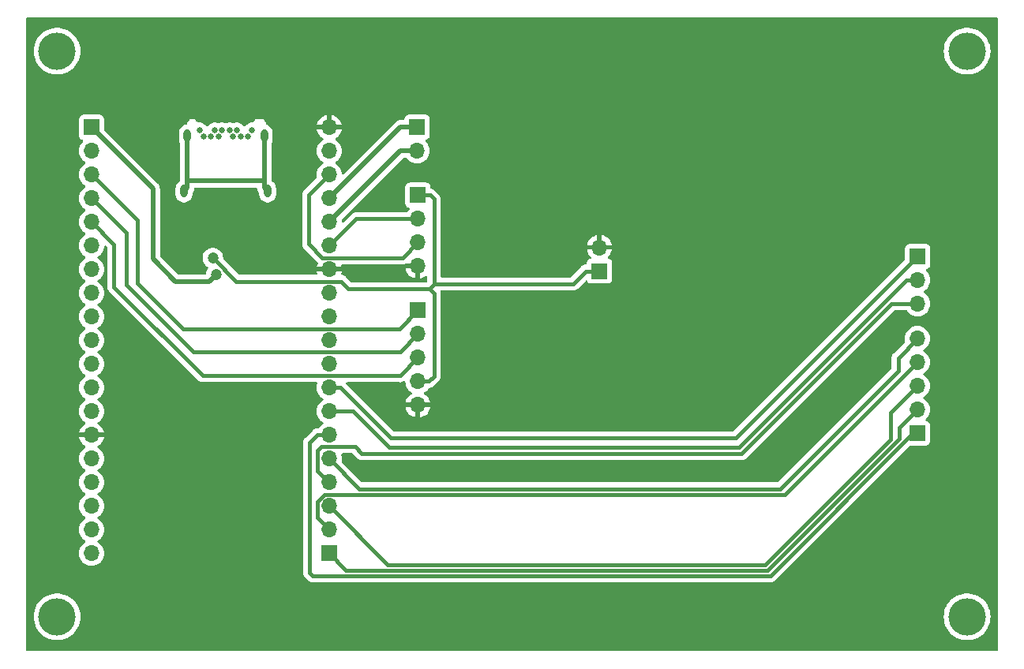
<source format=gbr>
%TF.GenerationSoftware,KiCad,Pcbnew,(7.0.0)*%
%TF.CreationDate,2023-04-14T14:04:57+02:00*%
%TF.ProjectId,display-brain-final,64697370-6c61-4792-9d62-7261696e2d66,rev?*%
%TF.SameCoordinates,Original*%
%TF.FileFunction,Copper,L4,Bot*%
%TF.FilePolarity,Positive*%
%FSLAX46Y46*%
G04 Gerber Fmt 4.6, Leading zero omitted, Abs format (unit mm)*
G04 Created by KiCad (PCBNEW (7.0.0)) date 2023-04-14 14:04:57*
%MOMM*%
%LPD*%
G01*
G04 APERTURE LIST*
%TA.AperFunction,ComponentPad*%
%ADD10C,4.000000*%
%TD*%
%TA.AperFunction,ComponentPad*%
%ADD11R,1.700000X1.700000*%
%TD*%
%TA.AperFunction,ComponentPad*%
%ADD12O,1.700000X1.700000*%
%TD*%
%TA.AperFunction,ComponentPad*%
%ADD13C,0.650000*%
%TD*%
%TA.AperFunction,ComponentPad*%
%ADD14O,0.800000X1.400000*%
%TD*%
%TA.AperFunction,ViaPad*%
%ADD15C,1.200000*%
%TD*%
%TA.AperFunction,Conductor*%
%ADD16C,0.500000*%
%TD*%
%TA.AperFunction,Conductor*%
%ADD17C,0.400000*%
%TD*%
G04 APERTURE END LIST*
D10*
%TO.P,TP2,1,1*%
%TO.N,unconnected-(TP2-Pad1)*%
X129400000Y-52300000D03*
%TD*%
D11*
%TO.P,J3,1,Pin_1*%
%TO.N,/3V3*%
X133099999Y-60479999D03*
D12*
%TO.P,J3,2,Pin_2*%
%TO.N,/EN*%
X133099999Y-63019999D03*
%TO.P,J3,3,Pin_3*%
%TO.N,/SENSOR_VP*%
X133099999Y-65559999D03*
%TO.P,J3,4,Pin_4*%
%TO.N,/SENSOR_VN*%
X133099999Y-68099999D03*
%TO.P,J3,5,Pin_5*%
%TO.N,/IO34*%
X133099999Y-70639999D03*
%TO.P,J3,6,Pin_6*%
%TO.N,/IO35*%
X133099999Y-73179999D03*
%TO.P,J3,7,Pin_7*%
%TO.N,/IO32*%
X133099999Y-75719999D03*
%TO.P,J3,8,Pin_8*%
%TO.N,/IO33*%
X133099999Y-78259999D03*
%TO.P,J3,9,Pin_9*%
%TO.N,/IO25*%
X133099999Y-80799999D03*
%TO.P,J3,10,Pin_10*%
%TO.N,/IO26*%
X133099999Y-83339999D03*
%TO.P,J3,11,Pin_11*%
%TO.N,/IO27*%
X133099999Y-85879999D03*
%TO.P,J3,12,Pin_12*%
%TO.N,/IO14*%
X133099999Y-88419999D03*
%TO.P,J3,13,Pin_13*%
%TO.N,/IO12*%
X133099999Y-90959999D03*
%TO.P,J3,14,Pin_14*%
%TO.N,GND*%
X133099999Y-93499999D03*
%TO.P,J3,15,Pin_15*%
%TO.N,/IO13*%
X133099999Y-96039999D03*
%TO.P,J3,16,Pin_16*%
%TO.N,/SD2*%
X133099999Y-98579999D03*
%TO.P,J3,17,Pin_17*%
%TO.N,/SD3*%
X133099999Y-101119999D03*
%TO.P,J3,18,Pin_18*%
%TO.N,/CMD*%
X133099999Y-103659999D03*
%TO.P,J3,19,Pin_19*%
%TO.N,/ESP_5V*%
X133099999Y-106199999D03*
%TD*%
D11*
%TO.P,J8,1,Pin_1*%
%TO.N,/IO16*%
X221699999Y-74319999D03*
D12*
%TO.P,J8,2,Pin_2*%
%TO.N,/IO4*%
X221699999Y-76859999D03*
%TO.P,J8,3,Pin_3*%
%TO.N,/IO15*%
X221699999Y-79399999D03*
%TD*%
D11*
%TO.P,J5,1,Pin_1*%
%TO.N,/5V*%
X168099999Y-67759999D03*
D12*
%TO.P,J5,2,Pin_2*%
%TO.N,/IO21_SDA*%
X168099999Y-70299999D03*
%TO.P,J5,3,Pin_3*%
%TO.N,/IO22_SCL*%
X168099999Y-72839999D03*
%TO.P,J5,4,Pin_4*%
%TO.N,GND*%
X168099999Y-75379999D03*
%TD*%
D11*
%TO.P,J4,1,Pin_1*%
%TO.N,/CLK*%
X158599999Y-106199999D03*
D12*
%TO.P,J4,2,Pin_2*%
%TO.N,/SD0*%
X158599999Y-103659999D03*
%TO.P,J4,3,Pin_3*%
%TO.N,/SD1*%
X158599999Y-101119999D03*
%TO.P,J4,4,Pin_4*%
%TO.N,/IO15*%
X158599999Y-98579999D03*
%TO.P,J4,5,Pin_5*%
%TO.N,/IO2*%
X158599999Y-96039999D03*
%TO.P,J4,6,Pin_6*%
%TO.N,/IO0*%
X158599999Y-93499999D03*
%TO.P,J4,7,Pin_7*%
%TO.N,/IO4*%
X158599999Y-90959999D03*
%TO.P,J4,8,Pin_8*%
%TO.N,/IO16*%
X158599999Y-88419999D03*
%TO.P,J4,9,Pin_9*%
%TO.N,/IO17*%
X158599999Y-85879999D03*
%TO.P,J4,10,Pin_10*%
%TO.N,/IO5_SS*%
X158599999Y-83339999D03*
%TO.P,J4,11,Pin_11*%
%TO.N,/IO18_SCK*%
X158599999Y-80799999D03*
%TO.P,J4,12,Pin_12*%
%TO.N,/IO19_MISO*%
X158599999Y-78259999D03*
%TO.P,J4,13,Pin_13*%
%TO.N,GND*%
X158599999Y-75719999D03*
%TO.P,J4,14,Pin_14*%
%TO.N,/IO21_SDA*%
X158599999Y-73179999D03*
%TO.P,J4,15,Pin_15*%
%TO.N,/RXD0*%
X158599999Y-70639999D03*
%TO.P,J4,16,Pin_16*%
%TO.N,/TXD0*%
X158599999Y-68099999D03*
%TO.P,J4,17,Pin_17*%
%TO.N,/IO22_SCL*%
X158599999Y-65559999D03*
%TO.P,J4,18,Pin_18*%
%TO.N,/IO23_MOSI*%
X158599999Y-63019999D03*
%TO.P,J4,19,Pin_19*%
%TO.N,GND*%
X158599999Y-60479999D03*
%TD*%
D11*
%TO.P,J2,1,Pin_1*%
%TO.N,/SENSOR_VP*%
X168099999Y-80119999D03*
D12*
%TO.P,J2,2,Pin_2*%
%TO.N,/SENSOR_VN*%
X168099999Y-82659999D03*
%TO.P,J2,3,Pin_3*%
%TO.N,/IO34*%
X168099999Y-85199999D03*
%TO.P,J2,4,Pin_4*%
%TO.N,/5V*%
X168099999Y-87739999D03*
%TO.P,J2,5,Pin_5*%
%TO.N,GND*%
X168099999Y-90279999D03*
%TD*%
D11*
%TO.P,J6,1,Pin_1*%
%TO.N,/IO0*%
X221664577Y-93309757D03*
D12*
%TO.P,J6,2,Pin_2*%
%TO.N,/CLK*%
X221664577Y-90769757D03*
%TO.P,J6,3,Pin_3*%
%TO.N,/SD1*%
X221664577Y-88229757D03*
%TO.P,J6,4,Pin_4*%
%TO.N,/SD0*%
X221664577Y-85689757D03*
%TO.P,J6,5,Pin_5*%
%TO.N,/IO2*%
X221664577Y-83149757D03*
%TD*%
D10*
%TO.P,TP3,1,1*%
%TO.N,unconnected-(TP3-Pad1)*%
X129400000Y-113000000D03*
%TD*%
%TO.P,TP1,1,1*%
%TO.N,unconnected-(TP1-Pad1)*%
X227000000Y-52300000D03*
%TD*%
%TO.P,TP4,1,1*%
%TO.N,unconnected-(TP4-Pad1)*%
X227000000Y-113000000D03*
%TD*%
D13*
%TO.P,P1,B1,GND*%
%TO.N,Net-(FB1-Pad2)*%
X150300000Y-60790000D03*
%TO.P,P1,B2*%
%TO.N,N/C*%
X149900000Y-61490000D03*
%TO.P,P1,B3*%
X149100000Y-61490000D03*
%TO.P,P1,B4,VBUS*%
%TO.N,/5V*%
X148700000Y-60790000D03*
%TO.P,P1,B5,VCONN*%
%TO.N,unconnected-(P1-VCONN-PadB5)*%
X148300000Y-61490000D03*
%TO.P,P1,B6*%
%TO.N,N/C*%
X147900000Y-60790000D03*
%TO.P,P1,B7*%
X147100000Y-60790000D03*
%TO.P,P1,B8*%
X146700000Y-61490000D03*
%TO.P,P1,B9,VBUS*%
%TO.N,/5V*%
X146300000Y-60790000D03*
%TO.P,P1,B10*%
%TO.N,N/C*%
X145900000Y-61490000D03*
%TO.P,P1,B11*%
X145100000Y-61490000D03*
%TO.P,P1,B12,GND*%
%TO.N,Net-(FB1-Pad2)*%
X144700000Y-60790000D03*
D14*
%TO.P,P1,S1,SHIELD*%
%TO.N,Net-(P1-SHIELD)*%
X143009999Y-67339999D03*
X143369999Y-61389999D03*
X151629999Y-61389999D03*
X151989999Y-67339999D03*
%TD*%
D11*
%TO.P,J7,1,Pin_1*%
%TO.N,/TXD0*%
X168024999Y-60449999D03*
D12*
%TO.P,J7,2,Pin_2*%
%TO.N,/RXD0*%
X168024999Y-62989999D03*
%TD*%
D11*
%TO.P,J1,1,Pin_1*%
%TO.N,/5V*%
X187568342Y-75899757D03*
D12*
%TO.P,J1,2,Pin_2*%
%TO.N,GND*%
X187568342Y-73359757D03*
%TD*%
D15*
%TO.N,/3V3*%
X146475000Y-76288508D03*
%TO.N,/5V*%
X146110000Y-74510000D03*
%TD*%
D16*
%TO.N,Net-(P1-SHIELD)*%
X151630000Y-66980000D02*
X151990000Y-67340000D01*
X143370000Y-66100000D02*
X143370000Y-66980000D01*
X151630000Y-61390000D02*
X151630000Y-66200000D01*
X143370000Y-61390000D02*
X143370000Y-66100000D01*
X151630000Y-66200000D02*
X143470000Y-66200000D01*
X151630000Y-66200000D02*
X151630000Y-66980000D01*
X143370000Y-66980000D02*
X143010000Y-67340000D01*
D17*
%TO.N,/SENSOR_VP*%
X133100000Y-65560000D02*
X138000000Y-70460000D01*
X138000000Y-77200000D02*
X142890000Y-82090000D01*
X138000000Y-70460000D02*
X138000000Y-77200000D01*
X142890000Y-82090000D02*
X166130000Y-82090000D01*
X166130000Y-82090000D02*
X168100000Y-80120000D01*
%TO.N,/SENSOR_VN*%
X133100000Y-68100000D02*
X136800000Y-71800000D01*
X136800000Y-77400000D02*
X143990000Y-84590000D01*
X143990000Y-84590000D02*
X166170000Y-84590000D01*
X136800000Y-71800000D02*
X136800000Y-77400000D01*
X166170000Y-84590000D02*
X168100000Y-82660000D01*
%TO.N,/IO34*%
X133100000Y-70640000D02*
X135500000Y-73040000D01*
X135500000Y-73040000D02*
X135500000Y-77600000D01*
X145030000Y-87130000D02*
X166170000Y-87130000D01*
X166170000Y-87130000D02*
X168100000Y-85200000D01*
X135500000Y-77600000D02*
X145030000Y-87130000D01*
D16*
%TO.N,/3V3*%
X142100000Y-77040000D02*
X145723508Y-77040000D01*
X139680000Y-67060000D02*
X139680000Y-74620000D01*
X145723508Y-77040000D02*
X146475000Y-76288508D01*
X133100000Y-60480000D02*
X139680000Y-67060000D01*
X139680000Y-74620000D02*
X142100000Y-77040000D01*
D17*
%TO.N,/CLK*%
X205600000Y-108000000D02*
X219700000Y-93900000D01*
X160400000Y-108000000D02*
X205600000Y-108000000D01*
X219700000Y-92734336D02*
X221664578Y-90769758D01*
X219700000Y-93900000D02*
X219700000Y-92734336D01*
X158600000Y-106200000D02*
X160400000Y-108000000D01*
%TO.N,/SD0*%
X207484336Y-99870000D02*
X158082233Y-99870000D01*
X221664578Y-85689758D02*
X207484336Y-99870000D01*
X158082233Y-99870000D02*
X157300000Y-100652233D01*
X157300000Y-102360000D02*
X158600000Y-103660000D01*
X157300000Y-100652233D02*
X157300000Y-102360000D01*
%TO.N,/SD1*%
X218800000Y-93951472D02*
X218800000Y-91094336D01*
X218800000Y-91094336D02*
X221664578Y-88229758D01*
X164880000Y-107400000D02*
X205351472Y-107400000D01*
X158600000Y-101120000D02*
X164880000Y-107400000D01*
X205351472Y-107400000D02*
X218800000Y-93951472D01*
%TO.N,/IO15*%
X161350000Y-94750000D02*
X157750000Y-94750000D01*
X162100000Y-95500000D02*
X161350000Y-94750000D01*
X157350000Y-97330000D02*
X158600000Y-98580000D01*
X221700000Y-79400000D02*
X218900000Y-79400000D01*
X157350000Y-95150000D02*
X157350000Y-97330000D01*
X218900000Y-79400000D02*
X202800000Y-95500000D01*
X202800000Y-95500000D02*
X162100000Y-95500000D01*
X157750000Y-94750000D02*
X157350000Y-95150000D01*
%TO.N,/IO2*%
X219600000Y-86600000D02*
X206930000Y-99270000D01*
X221664578Y-83149758D02*
X221150242Y-83149758D01*
X221664578Y-83149758D02*
X219600000Y-85214336D01*
X219600000Y-85214336D02*
X219600000Y-86600000D01*
X206930000Y-99270000D02*
X161830000Y-99270000D01*
X161830000Y-99270000D02*
X158600000Y-96040000D01*
%TO.N,/IO0*%
X156500000Y-94300000D02*
X157300000Y-93500000D01*
X221664578Y-93309758D02*
X221190242Y-93309758D01*
X156500000Y-108300000D02*
X156500000Y-94300000D01*
X205900000Y-108600000D02*
X156800000Y-108600000D01*
X157300000Y-93500000D02*
X158600000Y-93500000D01*
X221190242Y-93309758D02*
X205900000Y-108600000D01*
X156800000Y-108600000D02*
X156500000Y-108300000D01*
%TO.N,/IO4*%
X161160000Y-90960000D02*
X158600000Y-90960000D01*
X220440000Y-76860000D02*
X202500000Y-94800000D01*
X165000000Y-94800000D02*
X161160000Y-90960000D01*
X202500000Y-94800000D02*
X165000000Y-94800000D01*
X221700000Y-76860000D02*
X220440000Y-76860000D01*
%TO.N,/IO16*%
X221700000Y-74320000D02*
X202220000Y-93800000D01*
X165182081Y-93800000D02*
X159802081Y-88420000D01*
X202220000Y-93800000D02*
X165182081Y-93800000D01*
X159802081Y-88420000D02*
X158600000Y-88420000D01*
%TO.N,/IO21_SDA*%
X161480000Y-70300000D02*
X158600000Y-73180000D01*
X168100000Y-70300000D02*
X161480000Y-70300000D01*
D16*
%TO.N,/RXD0*%
X166250000Y-62990000D02*
X158600000Y-70640000D01*
X168025000Y-62990000D02*
X166250000Y-62990000D01*
%TO.N,/TXD0*%
X168025000Y-60450000D02*
X166250000Y-60450000D01*
X166250000Y-60450000D02*
X158600000Y-68100000D01*
D17*
%TO.N,/IO22_SCL*%
X157870000Y-74470000D02*
X166470000Y-74470000D01*
X156400000Y-73000000D02*
X157870000Y-74470000D01*
X166470000Y-74470000D02*
X168100000Y-72840000D01*
X158600000Y-65560000D02*
X156400000Y-67760000D01*
X156400000Y-67760000D02*
X156400000Y-73000000D01*
%TO.N,/5V*%
X160660000Y-77800000D02*
X159870000Y-77010000D01*
X169820000Y-78310000D02*
X169310000Y-77800000D01*
X168100000Y-87740000D02*
X169290000Y-87740000D01*
X169310000Y-77800000D02*
X160660000Y-77800000D01*
X169820000Y-77290000D02*
X169820000Y-68190000D01*
X169390000Y-67760000D02*
X168100000Y-67760000D01*
X159870000Y-77010000D02*
X148610000Y-77010000D01*
X169290000Y-87740000D02*
X169820000Y-87210000D01*
X148610000Y-77010000D02*
X146110000Y-74510000D01*
X186110242Y-75899758D02*
X187568343Y-75899758D01*
X184720000Y-77290000D02*
X186110242Y-75899758D01*
X169820000Y-68190000D02*
X169390000Y-67760000D01*
X169820000Y-77290000D02*
X184720000Y-77290000D01*
X169310000Y-77800000D02*
X169820000Y-77290000D01*
X169820000Y-87210000D02*
X169820000Y-78310000D01*
%TD*%
%TA.AperFunction,Conductor*%
%TO.N,GND*%
G36*
X230237500Y-48717113D02*
G01*
X230282887Y-48762500D01*
X230299500Y-48824500D01*
X230299500Y-116575500D01*
X230282887Y-116637500D01*
X230237500Y-116682887D01*
X230175500Y-116699500D01*
X126224500Y-116699500D01*
X126162500Y-116682887D01*
X126117113Y-116637500D01*
X126100500Y-116575500D01*
X126100500Y-113000000D01*
X126894556Y-113000000D01*
X126914312Y-113314015D01*
X126915039Y-113317827D01*
X126915041Y-113317841D01*
X126972538Y-113619249D01*
X126973269Y-113623079D01*
X127070497Y-113922315D01*
X127204463Y-114207007D01*
X127206545Y-114210288D01*
X127206548Y-114210293D01*
X127370962Y-114469369D01*
X127370966Y-114469375D01*
X127373053Y-114472663D01*
X127573610Y-114715094D01*
X127802970Y-114930478D01*
X128057516Y-115115416D01*
X128333234Y-115266994D01*
X128625775Y-115382819D01*
X128930527Y-115461066D01*
X129242682Y-115500500D01*
X129553423Y-115500500D01*
X129557318Y-115500500D01*
X129869473Y-115461066D01*
X130174225Y-115382819D01*
X130466766Y-115266994D01*
X130742484Y-115115416D01*
X130997030Y-114930478D01*
X131226390Y-114715094D01*
X131426947Y-114472663D01*
X131595537Y-114207007D01*
X131729503Y-113922315D01*
X131826731Y-113623079D01*
X131885688Y-113314015D01*
X131905444Y-113000000D01*
X224494556Y-113000000D01*
X224514312Y-113314015D01*
X224515039Y-113317827D01*
X224515041Y-113317841D01*
X224572538Y-113619249D01*
X224573269Y-113623079D01*
X224670497Y-113922315D01*
X224804463Y-114207007D01*
X224806545Y-114210288D01*
X224806548Y-114210293D01*
X224970962Y-114469369D01*
X224970966Y-114469375D01*
X224973053Y-114472663D01*
X225173610Y-114715094D01*
X225402970Y-114930478D01*
X225657516Y-115115416D01*
X225933234Y-115266994D01*
X226225775Y-115382819D01*
X226530527Y-115461066D01*
X226842682Y-115500500D01*
X227153423Y-115500500D01*
X227157318Y-115500500D01*
X227469473Y-115461066D01*
X227774225Y-115382819D01*
X228066766Y-115266994D01*
X228342484Y-115115416D01*
X228597030Y-114930478D01*
X228826390Y-114715094D01*
X229026947Y-114472663D01*
X229195537Y-114207007D01*
X229329503Y-113922315D01*
X229426731Y-113623079D01*
X229485688Y-113314015D01*
X229505444Y-113000000D01*
X229485688Y-112685985D01*
X229426731Y-112376921D01*
X229329503Y-112077685D01*
X229195537Y-111792993D01*
X229026947Y-111527337D01*
X228826390Y-111284906D01*
X228597030Y-111069522D01*
X228342484Y-110884584D01*
X228339081Y-110882713D01*
X228339076Y-110882710D01*
X228070183Y-110734884D01*
X228070176Y-110734880D01*
X228066766Y-110733006D01*
X228063140Y-110731570D01*
X228063135Y-110731568D01*
X227777847Y-110618615D01*
X227777846Y-110618614D01*
X227774225Y-110617181D01*
X227770455Y-110616213D01*
X227770452Y-110616212D01*
X227473256Y-110539905D01*
X227473251Y-110539904D01*
X227469473Y-110538934D01*
X227465602Y-110538445D01*
X227465597Y-110538444D01*
X227161184Y-110499988D01*
X227161177Y-110499987D01*
X227157318Y-110499500D01*
X226842682Y-110499500D01*
X226838823Y-110499987D01*
X226838815Y-110499988D01*
X226534402Y-110538444D01*
X226534394Y-110538445D01*
X226530527Y-110538934D01*
X226526751Y-110539903D01*
X226526743Y-110539905D01*
X226229547Y-110616212D01*
X226229539Y-110616214D01*
X226225775Y-110617181D01*
X226222158Y-110618612D01*
X226222152Y-110618615D01*
X225936864Y-110731568D01*
X225936853Y-110731572D01*
X225933234Y-110733006D01*
X225929829Y-110734877D01*
X225929816Y-110734884D01*
X225660923Y-110882710D01*
X225660911Y-110882717D01*
X225657516Y-110884584D01*
X225654372Y-110886867D01*
X225654366Y-110886872D01*
X225406126Y-111067228D01*
X225406115Y-111067236D01*
X225402970Y-111069522D01*
X225400135Y-111072183D01*
X225400128Y-111072190D01*
X225176447Y-111282241D01*
X225176440Y-111282248D01*
X225173610Y-111284906D01*
X225171135Y-111287897D01*
X225171131Y-111287902D01*
X224975536Y-111524334D01*
X224975526Y-111524346D01*
X224973053Y-111527337D01*
X224970971Y-111530616D01*
X224970962Y-111530630D01*
X224806548Y-111789706D01*
X224806541Y-111789717D01*
X224804463Y-111792993D01*
X224802810Y-111796504D01*
X224802807Y-111796511D01*
X224672153Y-112074165D01*
X224670497Y-112077685D01*
X224573269Y-112376921D01*
X224572540Y-112380741D01*
X224572538Y-112380750D01*
X224515041Y-112682158D01*
X224515038Y-112682174D01*
X224514312Y-112685985D01*
X224494556Y-113000000D01*
X131905444Y-113000000D01*
X131885688Y-112685985D01*
X131826731Y-112376921D01*
X131729503Y-112077685D01*
X131595537Y-111792993D01*
X131426947Y-111527337D01*
X131226390Y-111284906D01*
X130997030Y-111069522D01*
X130742484Y-110884584D01*
X130739081Y-110882713D01*
X130739076Y-110882710D01*
X130470183Y-110734884D01*
X130470176Y-110734880D01*
X130466766Y-110733006D01*
X130463140Y-110731570D01*
X130463135Y-110731568D01*
X130177847Y-110618615D01*
X130177846Y-110618614D01*
X130174225Y-110617181D01*
X130170455Y-110616213D01*
X130170452Y-110616212D01*
X129873256Y-110539905D01*
X129873251Y-110539904D01*
X129869473Y-110538934D01*
X129865602Y-110538445D01*
X129865597Y-110538444D01*
X129561184Y-110499988D01*
X129561177Y-110499987D01*
X129557318Y-110499500D01*
X129242682Y-110499500D01*
X129238823Y-110499987D01*
X129238815Y-110499988D01*
X128934402Y-110538444D01*
X128934394Y-110538445D01*
X128930527Y-110538934D01*
X128926751Y-110539903D01*
X128926743Y-110539905D01*
X128629547Y-110616212D01*
X128629539Y-110616214D01*
X128625775Y-110617181D01*
X128622158Y-110618612D01*
X128622152Y-110618615D01*
X128336864Y-110731568D01*
X128336853Y-110731572D01*
X128333234Y-110733006D01*
X128329829Y-110734877D01*
X128329816Y-110734884D01*
X128060923Y-110882710D01*
X128060911Y-110882717D01*
X128057516Y-110884584D01*
X128054372Y-110886867D01*
X128054366Y-110886872D01*
X127806126Y-111067228D01*
X127806115Y-111067236D01*
X127802970Y-111069522D01*
X127800135Y-111072183D01*
X127800128Y-111072190D01*
X127576447Y-111282241D01*
X127576440Y-111282248D01*
X127573610Y-111284906D01*
X127571135Y-111287897D01*
X127571131Y-111287902D01*
X127375536Y-111524334D01*
X127375526Y-111524346D01*
X127373053Y-111527337D01*
X127370971Y-111530616D01*
X127370962Y-111530630D01*
X127206548Y-111789706D01*
X127206541Y-111789717D01*
X127204463Y-111792993D01*
X127202810Y-111796504D01*
X127202807Y-111796511D01*
X127072153Y-112074165D01*
X127070497Y-112077685D01*
X126973269Y-112376921D01*
X126972540Y-112380741D01*
X126972538Y-112380750D01*
X126915041Y-112682158D01*
X126915038Y-112682174D01*
X126914312Y-112685985D01*
X126894556Y-113000000D01*
X126100500Y-113000000D01*
X126100500Y-106200000D01*
X131744341Y-106200000D01*
X131764937Y-106435408D01*
X131766336Y-106440630D01*
X131766337Y-106440634D01*
X131824694Y-106658430D01*
X131824697Y-106658438D01*
X131826097Y-106663663D01*
X131828385Y-106668570D01*
X131828386Y-106668572D01*
X131923678Y-106872927D01*
X131923681Y-106872933D01*
X131925965Y-106877830D01*
X131929064Y-106882257D01*
X131929066Y-106882259D01*
X132058399Y-107066966D01*
X132058402Y-107066970D01*
X132061505Y-107071401D01*
X132228599Y-107238495D01*
X132233031Y-107241598D01*
X132233033Y-107241600D01*
X132302243Y-107290061D01*
X132422170Y-107374035D01*
X132636337Y-107473903D01*
X132864592Y-107535063D01*
X133100000Y-107555659D01*
X133335408Y-107535063D01*
X133563663Y-107473903D01*
X133777830Y-107374035D01*
X133971401Y-107238495D01*
X134138495Y-107071401D01*
X134274035Y-106877830D01*
X134373903Y-106663663D01*
X134435063Y-106435408D01*
X134455659Y-106200000D01*
X134435063Y-105964592D01*
X134373903Y-105736337D01*
X134274035Y-105522171D01*
X134138495Y-105328599D01*
X133971401Y-105161505D01*
X133966970Y-105158402D01*
X133966966Y-105158399D01*
X133785841Y-105031574D01*
X133746976Y-104987256D01*
X133732965Y-104929999D01*
X133746976Y-104872742D01*
X133785839Y-104828426D01*
X133971401Y-104698495D01*
X134138495Y-104531401D01*
X134274035Y-104337830D01*
X134373903Y-104123663D01*
X134435063Y-103895408D01*
X134455659Y-103660000D01*
X134435063Y-103424592D01*
X134373903Y-103196337D01*
X134274035Y-102982171D01*
X134138495Y-102788599D01*
X133971401Y-102621505D01*
X133966968Y-102618401D01*
X133966961Y-102618395D01*
X133785842Y-102491575D01*
X133746976Y-102447257D01*
X133732965Y-102390000D01*
X133746976Y-102332743D01*
X133785842Y-102288425D01*
X133966961Y-102161604D01*
X133966961Y-102161603D01*
X133971401Y-102158495D01*
X134138495Y-101991401D01*
X134274035Y-101797830D01*
X134373903Y-101583663D01*
X134435063Y-101355408D01*
X134455659Y-101120000D01*
X134435063Y-100884592D01*
X134386572Y-100703619D01*
X134375305Y-100661569D01*
X134375304Y-100661567D01*
X134373903Y-100656337D01*
X134274035Y-100442171D01*
X134138495Y-100248599D01*
X133971401Y-100081505D01*
X133966968Y-100078401D01*
X133966961Y-100078395D01*
X133785842Y-99951575D01*
X133746976Y-99907257D01*
X133732965Y-99850000D01*
X133746976Y-99792743D01*
X133785842Y-99748425D01*
X133966961Y-99621604D01*
X133966961Y-99621603D01*
X133971401Y-99618495D01*
X134138495Y-99451401D01*
X134274035Y-99257830D01*
X134373903Y-99043663D01*
X134435063Y-98815408D01*
X134455659Y-98580000D01*
X134435063Y-98344592D01*
X134373903Y-98116337D01*
X134274035Y-97902171D01*
X134138495Y-97708599D01*
X133971401Y-97541505D01*
X133966970Y-97538402D01*
X133966966Y-97538399D01*
X133785841Y-97411574D01*
X133746976Y-97367256D01*
X133732965Y-97309999D01*
X133746976Y-97252742D01*
X133785839Y-97208426D01*
X133971401Y-97078495D01*
X134138495Y-96911401D01*
X134274035Y-96717830D01*
X134373903Y-96503663D01*
X134435063Y-96275408D01*
X134455659Y-96040000D01*
X134435063Y-95804592D01*
X134373903Y-95576337D01*
X134274035Y-95362171D01*
X134138495Y-95168599D01*
X133971401Y-95001505D01*
X133966970Y-94998402D01*
X133966966Y-94998399D01*
X133785405Y-94871269D01*
X133746540Y-94826951D01*
X133732529Y-94769694D01*
X133746540Y-94712437D01*
X133785406Y-94668119D01*
X133966638Y-94541219D01*
X133974909Y-94534278D01*
X134134278Y-94374909D01*
X134141215Y-94366643D01*
X134270498Y-94182008D01*
X134275886Y-94172676D01*
X134371143Y-93968397D01*
X134374831Y-93958263D01*
X134426943Y-93763780D01*
X134427311Y-93752551D01*
X134416369Y-93750000D01*
X131783631Y-93750000D01*
X131772688Y-93752551D01*
X131773056Y-93763780D01*
X131825168Y-93958263D01*
X131828856Y-93968397D01*
X131924113Y-94172676D01*
X131929501Y-94182008D01*
X132058784Y-94366643D01*
X132065721Y-94374909D01*
X132225090Y-94534278D01*
X132233356Y-94541215D01*
X132414595Y-94668120D01*
X132453460Y-94712438D01*
X132467471Y-94769695D01*
X132453460Y-94826952D01*
X132414594Y-94871270D01*
X132233034Y-94998399D01*
X132233029Y-94998402D01*
X132228599Y-95001505D01*
X132224775Y-95005328D01*
X132224769Y-95005334D01*
X132065334Y-95164769D01*
X132065328Y-95164775D01*
X132061505Y-95168599D01*
X132058402Y-95173029D01*
X132058399Y-95173034D01*
X131929073Y-95357731D01*
X131929068Y-95357738D01*
X131925965Y-95362171D01*
X131923677Y-95367077D01*
X131923675Y-95367081D01*
X131828386Y-95571427D01*
X131828383Y-95571432D01*
X131826097Y-95576337D01*
X131824698Y-95581557D01*
X131824694Y-95581569D01*
X131766337Y-95799365D01*
X131766335Y-95799371D01*
X131764937Y-95804592D01*
X131764465Y-95809977D01*
X131764465Y-95809982D01*
X131749313Y-95983170D01*
X131744341Y-96040000D01*
X131744813Y-96045395D01*
X131764465Y-96270017D01*
X131764465Y-96270020D01*
X131764937Y-96275408D01*
X131766336Y-96280630D01*
X131766337Y-96280634D01*
X131824694Y-96498430D01*
X131824697Y-96498438D01*
X131826097Y-96503663D01*
X131828385Y-96508570D01*
X131828386Y-96508572D01*
X131923678Y-96712927D01*
X131923681Y-96712933D01*
X131925965Y-96717830D01*
X131929064Y-96722257D01*
X131929066Y-96722259D01*
X132058399Y-96906966D01*
X132058402Y-96906970D01*
X132061505Y-96911401D01*
X132228599Y-97078495D01*
X132233032Y-97081599D01*
X132233038Y-97081604D01*
X132414158Y-97208425D01*
X132453024Y-97252743D01*
X132467035Y-97310000D01*
X132453024Y-97367257D01*
X132414160Y-97411574D01*
X132228599Y-97541505D01*
X132224775Y-97545328D01*
X132224769Y-97545334D01*
X132065334Y-97704769D01*
X132065328Y-97704775D01*
X132061505Y-97708599D01*
X132058402Y-97713029D01*
X132058399Y-97713034D01*
X131929073Y-97897731D01*
X131929068Y-97897738D01*
X131925965Y-97902171D01*
X131923677Y-97907077D01*
X131923675Y-97907081D01*
X131828386Y-98111427D01*
X131828383Y-98111432D01*
X131826097Y-98116337D01*
X131824698Y-98121557D01*
X131824694Y-98121569D01*
X131766337Y-98339365D01*
X131766335Y-98339371D01*
X131764937Y-98344592D01*
X131764465Y-98349977D01*
X131764465Y-98349982D01*
X131745260Y-98569500D01*
X131744341Y-98580000D01*
X131744813Y-98585395D01*
X131751935Y-98666804D01*
X131764937Y-98815408D01*
X131766336Y-98820630D01*
X131766337Y-98820634D01*
X131824694Y-99038430D01*
X131824697Y-99038438D01*
X131826097Y-99043663D01*
X131828385Y-99048570D01*
X131828386Y-99048572D01*
X131923678Y-99252927D01*
X131923681Y-99252933D01*
X131925965Y-99257830D01*
X131929064Y-99262257D01*
X131929066Y-99262259D01*
X132058399Y-99446966D01*
X132058402Y-99446970D01*
X132061505Y-99451401D01*
X132228599Y-99618495D01*
X132233032Y-99621599D01*
X132233038Y-99621604D01*
X132414158Y-99748425D01*
X132453024Y-99792743D01*
X132467035Y-99850000D01*
X132453024Y-99907257D01*
X132414159Y-99951575D01*
X132233041Y-100078395D01*
X132228599Y-100081505D01*
X132224775Y-100085328D01*
X132224769Y-100085334D01*
X132065334Y-100244769D01*
X132065328Y-100244775D01*
X132061505Y-100248599D01*
X132058402Y-100253029D01*
X132058399Y-100253034D01*
X131929073Y-100437731D01*
X131929068Y-100437738D01*
X131925965Y-100442171D01*
X131923677Y-100447077D01*
X131923675Y-100447081D01*
X131828386Y-100651427D01*
X131828383Y-100651432D01*
X131826097Y-100656337D01*
X131824698Y-100661557D01*
X131824694Y-100661569D01*
X131766337Y-100879365D01*
X131766335Y-100879371D01*
X131764937Y-100884592D01*
X131744341Y-101120000D01*
X131744813Y-101125395D01*
X131764465Y-101350017D01*
X131764465Y-101350020D01*
X131764937Y-101355408D01*
X131766336Y-101360630D01*
X131766337Y-101360634D01*
X131824694Y-101578430D01*
X131824697Y-101578438D01*
X131826097Y-101583663D01*
X131828385Y-101588570D01*
X131828386Y-101588572D01*
X131923678Y-101792927D01*
X131923681Y-101792933D01*
X131925965Y-101797830D01*
X131929064Y-101802257D01*
X131929066Y-101802259D01*
X132058399Y-101986966D01*
X132058402Y-101986970D01*
X132061505Y-101991401D01*
X132228599Y-102158495D01*
X132233032Y-102161599D01*
X132233038Y-102161604D01*
X132414158Y-102288425D01*
X132453024Y-102332743D01*
X132467035Y-102390000D01*
X132453024Y-102447257D01*
X132414159Y-102491575D01*
X132233041Y-102618395D01*
X132228599Y-102621505D01*
X132224775Y-102625328D01*
X132224769Y-102625334D01*
X132065334Y-102784769D01*
X132065328Y-102784775D01*
X132061505Y-102788599D01*
X132058402Y-102793029D01*
X132058399Y-102793034D01*
X131929073Y-102977731D01*
X131929068Y-102977738D01*
X131925965Y-102982171D01*
X131923677Y-102987077D01*
X131923675Y-102987081D01*
X131828386Y-103191427D01*
X131828383Y-103191432D01*
X131826097Y-103196337D01*
X131824698Y-103201557D01*
X131824694Y-103201569D01*
X131766337Y-103419365D01*
X131766335Y-103419371D01*
X131764937Y-103424592D01*
X131764465Y-103429977D01*
X131764465Y-103429982D01*
X131744813Y-103654605D01*
X131744341Y-103660000D01*
X131744813Y-103665395D01*
X131751935Y-103746804D01*
X131764937Y-103895408D01*
X131766336Y-103900630D01*
X131766337Y-103900634D01*
X131824694Y-104118430D01*
X131824697Y-104118438D01*
X131826097Y-104123663D01*
X131828385Y-104128570D01*
X131828386Y-104128572D01*
X131923678Y-104332927D01*
X131923681Y-104332933D01*
X131925965Y-104337830D01*
X131929064Y-104342257D01*
X131929066Y-104342259D01*
X132058399Y-104526966D01*
X132058402Y-104526970D01*
X132061505Y-104531401D01*
X132228599Y-104698495D01*
X132233032Y-104701599D01*
X132233038Y-104701604D01*
X132414158Y-104828425D01*
X132453024Y-104872743D01*
X132467035Y-104930000D01*
X132453024Y-104987257D01*
X132414160Y-105031574D01*
X132228599Y-105161505D01*
X132224775Y-105165328D01*
X132224769Y-105165334D01*
X132065334Y-105324769D01*
X132065328Y-105324775D01*
X132061505Y-105328599D01*
X132058402Y-105333029D01*
X132058399Y-105333034D01*
X131929073Y-105517731D01*
X131929068Y-105517738D01*
X131925965Y-105522171D01*
X131923677Y-105527077D01*
X131923675Y-105527081D01*
X131828386Y-105731427D01*
X131828383Y-105731432D01*
X131826097Y-105736337D01*
X131824698Y-105741557D01*
X131824694Y-105741569D01*
X131766337Y-105959365D01*
X131766335Y-105959371D01*
X131764937Y-105964592D01*
X131744341Y-106200000D01*
X126100500Y-106200000D01*
X126100500Y-90960000D01*
X131744341Y-90960000D01*
X131744813Y-90965395D01*
X131761393Y-91154909D01*
X131764937Y-91195408D01*
X131766336Y-91200630D01*
X131766337Y-91200634D01*
X131824694Y-91418430D01*
X131824697Y-91418438D01*
X131826097Y-91423663D01*
X131828385Y-91428570D01*
X131828386Y-91428572D01*
X131923678Y-91632927D01*
X131923681Y-91632933D01*
X131925965Y-91637830D01*
X131929064Y-91642257D01*
X131929066Y-91642259D01*
X132058399Y-91826966D01*
X132058402Y-91826970D01*
X132061505Y-91831401D01*
X132228599Y-91998495D01*
X132233031Y-92001598D01*
X132233033Y-92001600D01*
X132414595Y-92128731D01*
X132453460Y-92173049D01*
X132467471Y-92230306D01*
X132453460Y-92287563D01*
X132414595Y-92331881D01*
X132233352Y-92458788D01*
X132225092Y-92465719D01*
X132065719Y-92625092D01*
X132058784Y-92633357D01*
X131929508Y-92817982D01*
X131924110Y-92827332D01*
X131828856Y-93031602D01*
X131825168Y-93041736D01*
X131773056Y-93236219D01*
X131772688Y-93247448D01*
X131783631Y-93250000D01*
X134416369Y-93250000D01*
X134427311Y-93247448D01*
X134426943Y-93236219D01*
X134374831Y-93041736D01*
X134371143Y-93031602D01*
X134275889Y-92827332D01*
X134270491Y-92817982D01*
X134141215Y-92633357D01*
X134134280Y-92625092D01*
X133974909Y-92465721D01*
X133966643Y-92458784D01*
X133785405Y-92331880D01*
X133746540Y-92287562D01*
X133732529Y-92230305D01*
X133746540Y-92173048D01*
X133785406Y-92128730D01*
X133830866Y-92096899D01*
X133971401Y-91998495D01*
X134138495Y-91831401D01*
X134274035Y-91637830D01*
X134373903Y-91423663D01*
X134435063Y-91195408D01*
X134455659Y-90960000D01*
X134435063Y-90724592D01*
X134373903Y-90496337D01*
X134274035Y-90282171D01*
X134138495Y-90088599D01*
X133971401Y-89921505D01*
X133966968Y-89918401D01*
X133966961Y-89918395D01*
X133785842Y-89791575D01*
X133746976Y-89747257D01*
X133732965Y-89690000D01*
X133746976Y-89632743D01*
X133785842Y-89588425D01*
X133966961Y-89461604D01*
X133966961Y-89461603D01*
X133971401Y-89458495D01*
X134138495Y-89291401D01*
X134274035Y-89097830D01*
X134373903Y-88883663D01*
X134435063Y-88655408D01*
X134455659Y-88420000D01*
X134435063Y-88184592D01*
X134373903Y-87956337D01*
X134274035Y-87742171D01*
X134138495Y-87548599D01*
X133971401Y-87381505D01*
X133966968Y-87378401D01*
X133966961Y-87378395D01*
X133785842Y-87251575D01*
X133746976Y-87207257D01*
X133732965Y-87150000D01*
X133746976Y-87092743D01*
X133785842Y-87048425D01*
X133966961Y-86921604D01*
X133966961Y-86921603D01*
X133971401Y-86918495D01*
X134138495Y-86751401D01*
X134274035Y-86557830D01*
X134373903Y-86343663D01*
X134435063Y-86115408D01*
X134455659Y-85880000D01*
X134435063Y-85644592D01*
X134373903Y-85416337D01*
X134274035Y-85202171D01*
X134138495Y-85008599D01*
X133971401Y-84841505D01*
X133966968Y-84838401D01*
X133966961Y-84838395D01*
X133785842Y-84711575D01*
X133746976Y-84667257D01*
X133732965Y-84610000D01*
X133746976Y-84552743D01*
X133785842Y-84508425D01*
X133966961Y-84381604D01*
X133966961Y-84381603D01*
X133971401Y-84378495D01*
X134138495Y-84211401D01*
X134274035Y-84017830D01*
X134373903Y-83803663D01*
X134435063Y-83575408D01*
X134455659Y-83340000D01*
X134435063Y-83104592D01*
X134378931Y-82895102D01*
X134375305Y-82881569D01*
X134375304Y-82881567D01*
X134373903Y-82876337D01*
X134274035Y-82662171D01*
X134138495Y-82468599D01*
X133971401Y-82301505D01*
X133966968Y-82298401D01*
X133966961Y-82298395D01*
X133785842Y-82171575D01*
X133746976Y-82127257D01*
X133732965Y-82070000D01*
X133746976Y-82012743D01*
X133785842Y-81968425D01*
X133966961Y-81841604D01*
X133966961Y-81841603D01*
X133971401Y-81838495D01*
X134138495Y-81671401D01*
X134274035Y-81477830D01*
X134373903Y-81263663D01*
X134435063Y-81035408D01*
X134455659Y-80800000D01*
X134435063Y-80564592D01*
X134373903Y-80336337D01*
X134274035Y-80122171D01*
X134138495Y-79928599D01*
X133971401Y-79761505D01*
X133966970Y-79758402D01*
X133966966Y-79758399D01*
X133785841Y-79631574D01*
X133746976Y-79587256D01*
X133732965Y-79529999D01*
X133746976Y-79472742D01*
X133785839Y-79428426D01*
X133971401Y-79298495D01*
X134138495Y-79131401D01*
X134274035Y-78937830D01*
X134373903Y-78723663D01*
X134435063Y-78495408D01*
X134455659Y-78260000D01*
X134435063Y-78024592D01*
X134379757Y-77818183D01*
X134375305Y-77801569D01*
X134375304Y-77801567D01*
X134373903Y-77796337D01*
X134274035Y-77582171D01*
X134138495Y-77388599D01*
X133971401Y-77221505D01*
X133966968Y-77218401D01*
X133966961Y-77218395D01*
X133785842Y-77091575D01*
X133746976Y-77047257D01*
X133732965Y-76990000D01*
X133746976Y-76932743D01*
X133785842Y-76888425D01*
X133966961Y-76761604D01*
X133966961Y-76761603D01*
X133971401Y-76758495D01*
X134138495Y-76591401D01*
X134274035Y-76397830D01*
X134373903Y-76183663D01*
X134435063Y-75955408D01*
X134455659Y-75720000D01*
X134435063Y-75484592D01*
X134373903Y-75256337D01*
X134274035Y-75042171D01*
X134138495Y-74848599D01*
X133971401Y-74681505D01*
X133966968Y-74678401D01*
X133966961Y-74678395D01*
X133785842Y-74551575D01*
X133746976Y-74507257D01*
X133732965Y-74450000D01*
X133746976Y-74392743D01*
X133785842Y-74348425D01*
X133966961Y-74221604D01*
X133966961Y-74221603D01*
X133971401Y-74218495D01*
X134138495Y-74051401D01*
X134274035Y-73857830D01*
X134373903Y-73643663D01*
X134435063Y-73415408D01*
X134448064Y-73266801D01*
X134473216Y-73202124D01*
X134529181Y-73161088D01*
X134598430Y-73156549D01*
X134659273Y-73189929D01*
X134763181Y-73293837D01*
X134790061Y-73334065D01*
X134799500Y-73381518D01*
X134799500Y-77575079D01*
X134799274Y-77582567D01*
X134796094Y-77635118D01*
X134796094Y-77635126D01*
X134795642Y-77642606D01*
X134796993Y-77649982D01*
X134796994Y-77649987D01*
X134806483Y-77701771D01*
X134807610Y-77709171D01*
X134813955Y-77761425D01*
X134813956Y-77761430D01*
X134814860Y-77768872D01*
X134817519Y-77775885D01*
X134817521Y-77775891D01*
X134818450Y-77778340D01*
X134824475Y-77799952D01*
X134824951Y-77802551D01*
X134824954Y-77802560D01*
X134826305Y-77809932D01*
X134829382Y-77816769D01*
X134829383Y-77816772D01*
X134850991Y-77864784D01*
X134853857Y-77871702D01*
X134875182Y-77927930D01*
X134879442Y-77934102D01*
X134879445Y-77934107D01*
X134880937Y-77936268D01*
X134891959Y-77955810D01*
X134893039Y-77958210D01*
X134893044Y-77958219D01*
X134896122Y-77965057D01*
X134925858Y-78003013D01*
X134933216Y-78012404D01*
X134937636Y-78018410D01*
X134971817Y-78067929D01*
X135016847Y-78107822D01*
X135022282Y-78112939D01*
X144517059Y-87607716D01*
X144522193Y-87613170D01*
X144562071Y-87658183D01*
X144611577Y-87692355D01*
X144617597Y-87696785D01*
X144664943Y-87733878D01*
X144671783Y-87736956D01*
X144671784Y-87736957D01*
X144674181Y-87738036D01*
X144693730Y-87749061D01*
X144702070Y-87754818D01*
X144718859Y-87761185D01*
X144758301Y-87776143D01*
X144765216Y-87779007D01*
X144820068Y-87803694D01*
X144830035Y-87805520D01*
X144851653Y-87811547D01*
X144854113Y-87812480D01*
X144854116Y-87812480D01*
X144861128Y-87815140D01*
X144918602Y-87822118D01*
X144920830Y-87822389D01*
X144928235Y-87823516D01*
X144944066Y-87826416D01*
X144987394Y-87834357D01*
X145047422Y-87830726D01*
X145054910Y-87830500D01*
X157198215Y-87830500D01*
X157253059Y-87843288D01*
X157296591Y-87879013D01*
X157319832Y-87930309D01*
X157317990Y-87986593D01*
X157266337Y-88179365D01*
X157266335Y-88179371D01*
X157264937Y-88184592D01*
X157264465Y-88189977D01*
X157264465Y-88189982D01*
X157249672Y-88359071D01*
X157244341Y-88420000D01*
X157244813Y-88425395D01*
X157260698Y-88606965D01*
X157264937Y-88655408D01*
X157266336Y-88660630D01*
X157266337Y-88660634D01*
X157324694Y-88878430D01*
X157324697Y-88878438D01*
X157326097Y-88883663D01*
X157328385Y-88888570D01*
X157328386Y-88888572D01*
X157423678Y-89092927D01*
X157423681Y-89092933D01*
X157425965Y-89097830D01*
X157429064Y-89102257D01*
X157429066Y-89102259D01*
X157558399Y-89286966D01*
X157558402Y-89286970D01*
X157561505Y-89291401D01*
X157728599Y-89458495D01*
X157733032Y-89461599D01*
X157733038Y-89461604D01*
X157914158Y-89588425D01*
X157953024Y-89632743D01*
X157967035Y-89690000D01*
X157953024Y-89747257D01*
X157914159Y-89791575D01*
X157733041Y-89918395D01*
X157728599Y-89921505D01*
X157724775Y-89925328D01*
X157724769Y-89925334D01*
X157565334Y-90084769D01*
X157565328Y-90084775D01*
X157561505Y-90088599D01*
X157558402Y-90093029D01*
X157558399Y-90093034D01*
X157429073Y-90277731D01*
X157429068Y-90277738D01*
X157425965Y-90282171D01*
X157423677Y-90287077D01*
X157423675Y-90287081D01*
X157328386Y-90491427D01*
X157328383Y-90491432D01*
X157326097Y-90496337D01*
X157324698Y-90501557D01*
X157324694Y-90501569D01*
X157266337Y-90719365D01*
X157266335Y-90719371D01*
X157264937Y-90724592D01*
X157264465Y-90729977D01*
X157264465Y-90729982D01*
X157253391Y-90856560D01*
X157244341Y-90960000D01*
X157244813Y-90965395D01*
X157261393Y-91154909D01*
X157264937Y-91195408D01*
X157266336Y-91200630D01*
X157266337Y-91200634D01*
X157324694Y-91418430D01*
X157324697Y-91418438D01*
X157326097Y-91423663D01*
X157328385Y-91428570D01*
X157328386Y-91428572D01*
X157423678Y-91632927D01*
X157423681Y-91632933D01*
X157425965Y-91637830D01*
X157429064Y-91642257D01*
X157429066Y-91642259D01*
X157558399Y-91826966D01*
X157558402Y-91826970D01*
X157561505Y-91831401D01*
X157728599Y-91998495D01*
X157733032Y-92001599D01*
X157733038Y-92001604D01*
X157914158Y-92128425D01*
X157953024Y-92172743D01*
X157967035Y-92230000D01*
X157953024Y-92287257D01*
X157914159Y-92331575D01*
X157733041Y-92458395D01*
X157728599Y-92461505D01*
X157724775Y-92465328D01*
X157724769Y-92465334D01*
X157565334Y-92624769D01*
X157565328Y-92624775D01*
X157561505Y-92628599D01*
X157558402Y-92633029D01*
X157558399Y-92633034D01*
X157478864Y-92746623D01*
X157434546Y-92785489D01*
X157377289Y-92799500D01*
X157324921Y-92799500D01*
X157317433Y-92799274D01*
X157264881Y-92796094D01*
X157264873Y-92796094D01*
X157257394Y-92795642D01*
X157250018Y-92796993D01*
X157250011Y-92796994D01*
X157198228Y-92806483D01*
X157190828Y-92807610D01*
X157138569Y-92813956D01*
X157138565Y-92813956D01*
X157131128Y-92814860D01*
X157124119Y-92817517D01*
X157124114Y-92817519D01*
X157121643Y-92818456D01*
X157100053Y-92824474D01*
X157097452Y-92824950D01*
X157097438Y-92824954D01*
X157090069Y-92826305D01*
X157083232Y-92829381D01*
X157083232Y-92829382D01*
X157035226Y-92850987D01*
X157028310Y-92853851D01*
X156979082Y-92872521D01*
X156979070Y-92872526D01*
X156972070Y-92875182D01*
X156965904Y-92879437D01*
X156965894Y-92879443D01*
X156963717Y-92880946D01*
X156944195Y-92891957D01*
X156941783Y-92893042D01*
X156941771Y-92893048D01*
X156934944Y-92896122D01*
X156929048Y-92900740D01*
X156929043Y-92900744D01*
X156887608Y-92933205D01*
X156881581Y-92937640D01*
X156838245Y-92967554D01*
X156838238Y-92967559D01*
X156832071Y-92971817D01*
X156827102Y-92977425D01*
X156827096Y-92977431D01*
X156792184Y-93016838D01*
X156787051Y-93022290D01*
X156022290Y-93787051D01*
X156016838Y-93792184D01*
X155977431Y-93827096D01*
X155977425Y-93827102D01*
X155971817Y-93832071D01*
X155967560Y-93838236D01*
X155967551Y-93838248D01*
X155937649Y-93881568D01*
X155933213Y-93887597D01*
X155900749Y-93929035D01*
X155900743Y-93929043D01*
X155896122Y-93934943D01*
X155893044Y-93941780D01*
X155893043Y-93941783D01*
X155891962Y-93944185D01*
X155880940Y-93963727D01*
X155879441Y-93965898D01*
X155879437Y-93965904D01*
X155875182Y-93972070D01*
X155872526Y-93979070D01*
X155872522Y-93979080D01*
X155853853Y-94028305D01*
X155850989Y-94035219D01*
X155829382Y-94083229D01*
X155829379Y-94083235D01*
X155826305Y-94090068D01*
X155824953Y-94097439D01*
X155824951Y-94097449D01*
X155824474Y-94100053D01*
X155818456Y-94121643D01*
X155817520Y-94124109D01*
X155817516Y-94124121D01*
X155814860Y-94131128D01*
X155813956Y-94138568D01*
X155813955Y-94138575D01*
X155807613Y-94190812D01*
X155806486Y-94198215D01*
X155796994Y-94250013D01*
X155796993Y-94250017D01*
X155795642Y-94257394D01*
X155796094Y-94264873D01*
X155796094Y-94264881D01*
X155799274Y-94317433D01*
X155799500Y-94324921D01*
X155799500Y-108275079D01*
X155799274Y-108282567D01*
X155796094Y-108335118D01*
X155796094Y-108335126D01*
X155795642Y-108342606D01*
X155796993Y-108349982D01*
X155796994Y-108349987D01*
X155806483Y-108401771D01*
X155807610Y-108409171D01*
X155813955Y-108461425D01*
X155813956Y-108461430D01*
X155814860Y-108468872D01*
X155817519Y-108475885D01*
X155817521Y-108475891D01*
X155818450Y-108478340D01*
X155824475Y-108499952D01*
X155824951Y-108502551D01*
X155824954Y-108502560D01*
X155826305Y-108509932D01*
X155829382Y-108516769D01*
X155829383Y-108516772D01*
X155850991Y-108564784D01*
X155853857Y-108571702D01*
X155875182Y-108627930D01*
X155879442Y-108634102D01*
X155879445Y-108634107D01*
X155880937Y-108636268D01*
X155891959Y-108655810D01*
X155893039Y-108658210D01*
X155893044Y-108658219D01*
X155896122Y-108665057D01*
X155900745Y-108670958D01*
X155900747Y-108670961D01*
X155933216Y-108712404D01*
X155937636Y-108718410D01*
X155971817Y-108767929D01*
X156016847Y-108807822D01*
X156022282Y-108812939D01*
X156287059Y-109077716D01*
X156292193Y-109083170D01*
X156332071Y-109128183D01*
X156381577Y-109162355D01*
X156387597Y-109166785D01*
X156434943Y-109203878D01*
X156441779Y-109206954D01*
X156441785Y-109206958D01*
X156444179Y-109208035D01*
X156463733Y-109219063D01*
X156472070Y-109224818D01*
X156479084Y-109227478D01*
X156479088Y-109227480D01*
X156528297Y-109246142D01*
X156535212Y-109249006D01*
X156590068Y-109273695D01*
X156600042Y-109275522D01*
X156621656Y-109281547D01*
X156631128Y-109285140D01*
X156688453Y-109292100D01*
X156690814Y-109292387D01*
X156698222Y-109293514D01*
X156757394Y-109304358D01*
X156817433Y-109300725D01*
X156824921Y-109300500D01*
X205875079Y-109300500D01*
X205882566Y-109300725D01*
X205942606Y-109304358D01*
X206001782Y-109293513D01*
X206009181Y-109292387D01*
X206068872Y-109285140D01*
X206078332Y-109281551D01*
X206099959Y-109275522D01*
X206109932Y-109273695D01*
X206164808Y-109248996D01*
X206171673Y-109246152D01*
X206227930Y-109224818D01*
X206236264Y-109219064D01*
X206255821Y-109208034D01*
X206265057Y-109203878D01*
X206312413Y-109166775D01*
X206318420Y-109162355D01*
X206367929Y-109128183D01*
X206407822Y-109083151D01*
X206412924Y-109077731D01*
X220794079Y-94696575D01*
X220834307Y-94669696D01*
X220881760Y-94660257D01*
X222559139Y-94660257D01*
X222562450Y-94660257D01*
X222622061Y-94653849D01*
X222756909Y-94603554D01*
X222872124Y-94517304D01*
X222958374Y-94402089D01*
X223008669Y-94267241D01*
X223015078Y-94207631D01*
X223015077Y-92411886D01*
X223008669Y-92352275D01*
X222958374Y-92217427D01*
X222872124Y-92102212D01*
X222756909Y-92015962D01*
X222686937Y-91989864D01*
X222625494Y-91966947D01*
X222575115Y-91931968D01*
X222547662Y-91877123D01*
X222549851Y-91815830D01*
X222581144Y-91763087D01*
X222703073Y-91641159D01*
X222838613Y-91447588D01*
X222938481Y-91233421D01*
X222999641Y-91005166D01*
X223020237Y-90769758D01*
X222999641Y-90534350D01*
X222938481Y-90306095D01*
X222838613Y-90091929D01*
X222703073Y-89898357D01*
X222535979Y-89731263D01*
X222531548Y-89728160D01*
X222531544Y-89728157D01*
X222350419Y-89601332D01*
X222311554Y-89557014D01*
X222297543Y-89499757D01*
X222311554Y-89442500D01*
X222350417Y-89398184D01*
X222535979Y-89268253D01*
X222703073Y-89101159D01*
X222838613Y-88907588D01*
X222938481Y-88693421D01*
X222999641Y-88465166D01*
X223020237Y-88229758D01*
X222999641Y-87994350D01*
X222948556Y-87803695D01*
X222939883Y-87771327D01*
X222939882Y-87771325D01*
X222938481Y-87766095D01*
X222838613Y-87551929D01*
X222703073Y-87358357D01*
X222535979Y-87191263D01*
X222531546Y-87188159D01*
X222531539Y-87188153D01*
X222350420Y-87061333D01*
X222311554Y-87017015D01*
X222297543Y-86959758D01*
X222311554Y-86902501D01*
X222350420Y-86858183D01*
X222531539Y-86731362D01*
X222531539Y-86731361D01*
X222535979Y-86728253D01*
X222703073Y-86561159D01*
X222838613Y-86367588D01*
X222938481Y-86153421D01*
X222999641Y-85925166D01*
X223020237Y-85689758D01*
X222999641Y-85454350D01*
X222948556Y-85263695D01*
X222939883Y-85231327D01*
X222939882Y-85231325D01*
X222938481Y-85226095D01*
X222838613Y-85011929D01*
X222703073Y-84818357D01*
X222535979Y-84651263D01*
X222531548Y-84648160D01*
X222531544Y-84648157D01*
X222350419Y-84521332D01*
X222311554Y-84477014D01*
X222297543Y-84419757D01*
X222311554Y-84362500D01*
X222350417Y-84318184D01*
X222535979Y-84188253D01*
X222703073Y-84021159D01*
X222838613Y-83827588D01*
X222938481Y-83613421D01*
X222999641Y-83385166D01*
X223020237Y-83149758D01*
X222999641Y-82914350D01*
X222941391Y-82696955D01*
X222939883Y-82691327D01*
X222939882Y-82691325D01*
X222938481Y-82686095D01*
X222838613Y-82471929D01*
X222703073Y-82278357D01*
X222535979Y-82111263D01*
X222531548Y-82108160D01*
X222531544Y-82108157D01*
X222346837Y-81978824D01*
X222346835Y-81978822D01*
X222342408Y-81975723D01*
X222337511Y-81973439D01*
X222337505Y-81973436D01*
X222133150Y-81878144D01*
X222133148Y-81878143D01*
X222128241Y-81875855D01*
X222123016Y-81874455D01*
X222123008Y-81874452D01*
X221905212Y-81816095D01*
X221905208Y-81816094D01*
X221899986Y-81814695D01*
X221894598Y-81814223D01*
X221894595Y-81814223D01*
X221669973Y-81794571D01*
X221664578Y-81794099D01*
X221659183Y-81794571D01*
X221434560Y-81814223D01*
X221434555Y-81814223D01*
X221429170Y-81814695D01*
X221423949Y-81816093D01*
X221423943Y-81816095D01*
X221206147Y-81874452D01*
X221206135Y-81874456D01*
X221200915Y-81875855D01*
X221196010Y-81878141D01*
X221196005Y-81878144D01*
X220991659Y-81973433D01*
X220991655Y-81973435D01*
X220986749Y-81975723D01*
X220982316Y-81978826D01*
X220982309Y-81978831D01*
X220797612Y-82108157D01*
X220797607Y-82108160D01*
X220793177Y-82111263D01*
X220789353Y-82115086D01*
X220789347Y-82115092D01*
X220629912Y-82274527D01*
X220629906Y-82274533D01*
X220626083Y-82278357D01*
X220622980Y-82282787D01*
X220622977Y-82282792D01*
X220493651Y-82467489D01*
X220493646Y-82467496D01*
X220490543Y-82471929D01*
X220488255Y-82476835D01*
X220488253Y-82476839D01*
X220392964Y-82681185D01*
X220392961Y-82681190D01*
X220390675Y-82686095D01*
X220389276Y-82691315D01*
X220389272Y-82691327D01*
X220330915Y-82909123D01*
X220330913Y-82909129D01*
X220329515Y-82914350D01*
X220329043Y-82919735D01*
X220329043Y-82919740D01*
X220319222Y-83031994D01*
X220308919Y-83149758D01*
X220329515Y-83385166D01*
X220330915Y-83390391D01*
X220334021Y-83401984D01*
X220334018Y-83466168D01*
X220301925Y-83521752D01*
X219122290Y-84701387D01*
X219116838Y-84706520D01*
X219077431Y-84741432D01*
X219077425Y-84741438D01*
X219071817Y-84746407D01*
X219067560Y-84752572D01*
X219067551Y-84752584D01*
X219037649Y-84795904D01*
X219033213Y-84801933D01*
X219000749Y-84843371D01*
X219000743Y-84843379D01*
X218996122Y-84849279D01*
X218993044Y-84856116D01*
X218993043Y-84856119D01*
X218991962Y-84858521D01*
X218980940Y-84878063D01*
X218979441Y-84880234D01*
X218979437Y-84880240D01*
X218975182Y-84886406D01*
X218972526Y-84893406D01*
X218972522Y-84893416D01*
X218953853Y-84942641D01*
X218950989Y-84949555D01*
X218929382Y-84997565D01*
X218929379Y-84997571D01*
X218926305Y-85004404D01*
X218924953Y-85011775D01*
X218924951Y-85011785D01*
X218924474Y-85014389D01*
X218918456Y-85035979D01*
X218917519Y-85038450D01*
X218917517Y-85038455D01*
X218914860Y-85045464D01*
X218913956Y-85052901D01*
X218913956Y-85052905D01*
X218907610Y-85105163D01*
X218906483Y-85112562D01*
X218896994Y-85164346D01*
X218896993Y-85164354D01*
X218895642Y-85171730D01*
X218896094Y-85179209D01*
X218896094Y-85179217D01*
X218899274Y-85231769D01*
X218899500Y-85239257D01*
X218899500Y-86258481D01*
X218890061Y-86305934D01*
X218863181Y-86346162D01*
X206676162Y-98533181D01*
X206635934Y-98560061D01*
X206588481Y-98569500D01*
X162171519Y-98569500D01*
X162124066Y-98560061D01*
X162083838Y-98533181D01*
X159962652Y-96411995D01*
X159930558Y-96356407D01*
X159930559Y-96292219D01*
X159933662Y-96280638D01*
X159933662Y-96280633D01*
X159935063Y-96275408D01*
X159955659Y-96040000D01*
X159935063Y-95804592D01*
X159882010Y-95606593D01*
X159880168Y-95550309D01*
X159903409Y-95499013D01*
X159946941Y-95463288D01*
X160001785Y-95450500D01*
X161008481Y-95450500D01*
X161055934Y-95459939D01*
X161096162Y-95486819D01*
X161587059Y-95977716D01*
X161592193Y-95983170D01*
X161632071Y-96028183D01*
X161681577Y-96062355D01*
X161687597Y-96066785D01*
X161729035Y-96099250D01*
X161734943Y-96103878D01*
X161741783Y-96106956D01*
X161741784Y-96106957D01*
X161744181Y-96108036D01*
X161763730Y-96119061D01*
X161772070Y-96124818D01*
X161828288Y-96146138D01*
X161828301Y-96146143D01*
X161835216Y-96149007D01*
X161890068Y-96173694D01*
X161900035Y-96175520D01*
X161921653Y-96181547D01*
X161924113Y-96182480D01*
X161924116Y-96182480D01*
X161931128Y-96185140D01*
X161988602Y-96192118D01*
X161990830Y-96192389D01*
X161998235Y-96193516D01*
X162014066Y-96196416D01*
X162057394Y-96204357D01*
X162117422Y-96200726D01*
X162124910Y-96200500D01*
X202775079Y-96200500D01*
X202782566Y-96200725D01*
X202842606Y-96204358D01*
X202901782Y-96193513D01*
X202909181Y-96192387D01*
X202968872Y-96185140D01*
X202978332Y-96181551D01*
X202999959Y-96175522D01*
X203009932Y-96173695D01*
X203064808Y-96148996D01*
X203071673Y-96146152D01*
X203127930Y-96124818D01*
X203136264Y-96119064D01*
X203155821Y-96108034D01*
X203165057Y-96103878D01*
X203212413Y-96066775D01*
X203218420Y-96062355D01*
X203267929Y-96028183D01*
X203307822Y-95983151D01*
X203312924Y-95977731D01*
X219153837Y-80136819D01*
X219194066Y-80109939D01*
X219241519Y-80100500D01*
X220477289Y-80100500D01*
X220534546Y-80114511D01*
X220578863Y-80153376D01*
X220661505Y-80271401D01*
X220828599Y-80438495D01*
X220833031Y-80441598D01*
X220833033Y-80441600D01*
X220939517Y-80516161D01*
X221022170Y-80574035D01*
X221236337Y-80673903D01*
X221464592Y-80735063D01*
X221700000Y-80755659D01*
X221935408Y-80735063D01*
X222163663Y-80673903D01*
X222377830Y-80574035D01*
X222571401Y-80438495D01*
X222738495Y-80271401D01*
X222874035Y-80077830D01*
X222973903Y-79863663D01*
X223035063Y-79635408D01*
X223055659Y-79400000D01*
X223035063Y-79164592D01*
X222973903Y-78936337D01*
X222874035Y-78722171D01*
X222738495Y-78528599D01*
X222571401Y-78361505D01*
X222566968Y-78358401D01*
X222566961Y-78358395D01*
X222385842Y-78231575D01*
X222346976Y-78187257D01*
X222332965Y-78130000D01*
X222346976Y-78072743D01*
X222385842Y-78028425D01*
X222566961Y-77901604D01*
X222566961Y-77901603D01*
X222571401Y-77898495D01*
X222738495Y-77731401D01*
X222874035Y-77537830D01*
X222973903Y-77323663D01*
X223035063Y-77095408D01*
X223055659Y-76860000D01*
X223035063Y-76624592D01*
X222973903Y-76396337D01*
X222874035Y-76182171D01*
X222738495Y-75988599D01*
X222616569Y-75866673D01*
X222585273Y-75813927D01*
X222583084Y-75752634D01*
X222610537Y-75697789D01*
X222660916Y-75662810D01*
X222792331Y-75613796D01*
X222907546Y-75527546D01*
X222993796Y-75412331D01*
X223044091Y-75277483D01*
X223050500Y-75217873D01*
X223050499Y-73422128D01*
X223044091Y-73362517D01*
X222993796Y-73227669D01*
X222907546Y-73112454D01*
X222893275Y-73101771D01*
X222799431Y-73031519D01*
X222799430Y-73031518D01*
X222792331Y-73026204D01*
X222675334Y-72982567D01*
X222664752Y-72978620D01*
X222664750Y-72978619D01*
X222657483Y-72975909D01*
X222649770Y-72975079D01*
X222649767Y-72975079D01*
X222601180Y-72969855D01*
X222601169Y-72969854D01*
X222597873Y-72969500D01*
X222594550Y-72969500D01*
X220805439Y-72969500D01*
X220805420Y-72969500D01*
X220802128Y-72969501D01*
X220798850Y-72969853D01*
X220798838Y-72969854D01*
X220750231Y-72975079D01*
X220750225Y-72975080D01*
X220742517Y-72975909D01*
X220735252Y-72978618D01*
X220735246Y-72978620D01*
X220615980Y-73023104D01*
X220615978Y-73023104D01*
X220607669Y-73026204D01*
X220600572Y-73031516D01*
X220600568Y-73031519D01*
X220499550Y-73107141D01*
X220499546Y-73107144D01*
X220492454Y-73112454D01*
X220487144Y-73119546D01*
X220487141Y-73119550D01*
X220411519Y-73220568D01*
X220411516Y-73220572D01*
X220406204Y-73227669D01*
X220403104Y-73235978D01*
X220403104Y-73235980D01*
X220358620Y-73355247D01*
X220358619Y-73355250D01*
X220355909Y-73362517D01*
X220355079Y-73370227D01*
X220355079Y-73370232D01*
X220349855Y-73418819D01*
X220349854Y-73418831D01*
X220349500Y-73422127D01*
X220349500Y-73425449D01*
X220349500Y-74628480D01*
X220340061Y-74675933D01*
X220313181Y-74716161D01*
X201966162Y-93063181D01*
X201925934Y-93090061D01*
X201878481Y-93099500D01*
X165523600Y-93099500D01*
X165476147Y-93090061D01*
X165435919Y-93063181D01*
X162905289Y-90532551D01*
X166772688Y-90532551D01*
X166773056Y-90543780D01*
X166825168Y-90738263D01*
X166828856Y-90748397D01*
X166924113Y-90952676D01*
X166929501Y-90962008D01*
X167058784Y-91146643D01*
X167065721Y-91154909D01*
X167225090Y-91314278D01*
X167233356Y-91321215D01*
X167417991Y-91450498D01*
X167427323Y-91455886D01*
X167631602Y-91551143D01*
X167641736Y-91554831D01*
X167836219Y-91606943D01*
X167847448Y-91607311D01*
X167850000Y-91596369D01*
X168350000Y-91596369D01*
X168352551Y-91607311D01*
X168363780Y-91606943D01*
X168558263Y-91554831D01*
X168568397Y-91551143D01*
X168772676Y-91455886D01*
X168782008Y-91450498D01*
X168966643Y-91321215D01*
X168974909Y-91314278D01*
X169134278Y-91154909D01*
X169141215Y-91146643D01*
X169270498Y-90962008D01*
X169275886Y-90952676D01*
X169371143Y-90748397D01*
X169374831Y-90738263D01*
X169426943Y-90543780D01*
X169427311Y-90532551D01*
X169416369Y-90530000D01*
X168366326Y-90530000D01*
X168353450Y-90533450D01*
X168350000Y-90546326D01*
X168350000Y-91596369D01*
X167850000Y-91596369D01*
X167850000Y-90546326D01*
X167846549Y-90533450D01*
X167833674Y-90530000D01*
X166783631Y-90530000D01*
X166772688Y-90532551D01*
X162905289Y-90532551D01*
X160414919Y-88042181D01*
X160384669Y-87992818D01*
X160380127Y-87935102D01*
X160402282Y-87881615D01*
X160446305Y-87844015D01*
X160502600Y-87830500D01*
X166145079Y-87830500D01*
X166152566Y-87830725D01*
X166212606Y-87834358D01*
X166271782Y-87823513D01*
X166279181Y-87822387D01*
X166338872Y-87815140D01*
X166348332Y-87811551D01*
X166369959Y-87805522D01*
X166379932Y-87803695D01*
X166434808Y-87778996D01*
X166441673Y-87776152D01*
X166497930Y-87754818D01*
X166506264Y-87749064D01*
X166525821Y-87738034D01*
X166535057Y-87733878D01*
X166550347Y-87721898D01*
X166611045Y-87696514D01*
X166676188Y-87705756D01*
X166727433Y-87747023D01*
X166750351Y-87808698D01*
X166761807Y-87939634D01*
X166764937Y-87975408D01*
X166766336Y-87980630D01*
X166766337Y-87980634D01*
X166824694Y-88198430D01*
X166824697Y-88198438D01*
X166826097Y-88203663D01*
X166828385Y-88208570D01*
X166828386Y-88208572D01*
X166923678Y-88412927D01*
X166923681Y-88412933D01*
X166925965Y-88417830D01*
X166929064Y-88422257D01*
X166929066Y-88422259D01*
X167058399Y-88606966D01*
X167058402Y-88606970D01*
X167061505Y-88611401D01*
X167228599Y-88778495D01*
X167233031Y-88781598D01*
X167233033Y-88781600D01*
X167414595Y-88908731D01*
X167453460Y-88953049D01*
X167467471Y-89010306D01*
X167453460Y-89067563D01*
X167414595Y-89111881D01*
X167233352Y-89238788D01*
X167225092Y-89245719D01*
X167065719Y-89405092D01*
X167058784Y-89413357D01*
X166929508Y-89597982D01*
X166924110Y-89607332D01*
X166828856Y-89811602D01*
X166825168Y-89821736D01*
X166773056Y-90016219D01*
X166772688Y-90027448D01*
X166783631Y-90030000D01*
X169416369Y-90030000D01*
X169427311Y-90027448D01*
X169426943Y-90016219D01*
X169374831Y-89821736D01*
X169371143Y-89811602D01*
X169275889Y-89607332D01*
X169270491Y-89597982D01*
X169141215Y-89413357D01*
X169134280Y-89405092D01*
X168974909Y-89245721D01*
X168966643Y-89238784D01*
X168785405Y-89111880D01*
X168746540Y-89067562D01*
X168732529Y-89010305D01*
X168746540Y-88953048D01*
X168785406Y-88908730D01*
X168821206Y-88883663D01*
X168971401Y-88778495D01*
X169138495Y-88611401D01*
X169218795Y-88496719D01*
X169266469Y-88456171D01*
X169317734Y-88446069D01*
X169317631Y-88444358D01*
X169325116Y-88443904D01*
X169332606Y-88444358D01*
X169391782Y-88433513D01*
X169399181Y-88432387D01*
X169458872Y-88425140D01*
X169468332Y-88421551D01*
X169489959Y-88415522D01*
X169499932Y-88413695D01*
X169554808Y-88388996D01*
X169561673Y-88386152D01*
X169617930Y-88364818D01*
X169626264Y-88359064D01*
X169645821Y-88348034D01*
X169655057Y-88343878D01*
X169702413Y-88306775D01*
X169708420Y-88302355D01*
X169757929Y-88268183D01*
X169797822Y-88223151D01*
X169802924Y-88217731D01*
X170297731Y-87722924D01*
X170303151Y-87717822D01*
X170348183Y-87677929D01*
X170382355Y-87628420D01*
X170386775Y-87622413D01*
X170423878Y-87575057D01*
X170428033Y-87565822D01*
X170439063Y-87546265D01*
X170444818Y-87537930D01*
X170466146Y-87481688D01*
X170469002Y-87474791D01*
X170493694Y-87419932D01*
X170495518Y-87409974D01*
X170501548Y-87388340D01*
X170505140Y-87378872D01*
X170512389Y-87319165D01*
X170513516Y-87311762D01*
X170524357Y-87252606D01*
X170520726Y-87192577D01*
X170520500Y-87185090D01*
X170520500Y-78334921D01*
X170520726Y-78327433D01*
X170523905Y-78274881D01*
X170524358Y-78267394D01*
X170513514Y-78208221D01*
X170512387Y-78200815D01*
X170506044Y-78148575D01*
X170505140Y-78141128D01*
X170504903Y-78140504D01*
X170504119Y-78088472D01*
X170527747Y-78038025D01*
X170571075Y-78003013D01*
X170625357Y-77990500D01*
X184695079Y-77990500D01*
X184702566Y-77990725D01*
X184762606Y-77994358D01*
X184821782Y-77983513D01*
X184829181Y-77982387D01*
X184888872Y-77975140D01*
X184898332Y-77971551D01*
X184919959Y-77965522D01*
X184929932Y-77963695D01*
X184984808Y-77938996D01*
X184991673Y-77936152D01*
X185047930Y-77914818D01*
X185056264Y-77909064D01*
X185075821Y-77898034D01*
X185085057Y-77893878D01*
X185132413Y-77856775D01*
X185138420Y-77852355D01*
X185187929Y-77818183D01*
X185227822Y-77773151D01*
X185232924Y-77767731D01*
X186065858Y-76934797D01*
X186118600Y-76903503D01*
X186179891Y-76901313D01*
X186234736Y-76928763D01*
X186269716Y-76979139D01*
X186271445Y-76983774D01*
X186271447Y-76983777D01*
X186274547Y-76992089D01*
X186279861Y-76999188D01*
X186279862Y-76999189D01*
X186351891Y-77095408D01*
X186360797Y-77107304D01*
X186476012Y-77193554D01*
X186610860Y-77243849D01*
X186670470Y-77250258D01*
X188466215Y-77250257D01*
X188525826Y-77243849D01*
X188660674Y-77193554D01*
X188775889Y-77107304D01*
X188862139Y-76992089D01*
X188912434Y-76857241D01*
X188918843Y-76797631D01*
X188918842Y-75001886D01*
X188912434Y-74942275D01*
X188862139Y-74807427D01*
X188775889Y-74692212D01*
X188761586Y-74681505D01*
X188667774Y-74611277D01*
X188667773Y-74611276D01*
X188660674Y-74605962D01*
X188610981Y-74587427D01*
X188528744Y-74556755D01*
X188478364Y-74521776D01*
X188450911Y-74466931D01*
X188453100Y-74405638D01*
X188484396Y-74352891D01*
X188602627Y-74234660D01*
X188609558Y-74226401D01*
X188738841Y-74041766D01*
X188744229Y-74032434D01*
X188839486Y-73828155D01*
X188843174Y-73818021D01*
X188895286Y-73623538D01*
X188895654Y-73612309D01*
X188884712Y-73609758D01*
X186251974Y-73609758D01*
X186241031Y-73612309D01*
X186241399Y-73623538D01*
X186293511Y-73818021D01*
X186297199Y-73828155D01*
X186392456Y-74032434D01*
X186397844Y-74041766D01*
X186527127Y-74226401D01*
X186534064Y-74234667D01*
X186652289Y-74352892D01*
X186683585Y-74405638D01*
X186685774Y-74466931D01*
X186658321Y-74521776D01*
X186607942Y-74556755D01*
X186500999Y-74596642D01*
X186476012Y-74605962D01*
X186468915Y-74611274D01*
X186468911Y-74611277D01*
X186367893Y-74686899D01*
X186367889Y-74686902D01*
X186360797Y-74692212D01*
X186355487Y-74699304D01*
X186355484Y-74699308D01*
X186279862Y-74800326D01*
X186279859Y-74800330D01*
X186274547Y-74807427D01*
X186271447Y-74815736D01*
X186271447Y-74815738D01*
X186226963Y-74935005D01*
X186226962Y-74935008D01*
X186224252Y-74942275D01*
X186223422Y-74949985D01*
X186223422Y-74949990D01*
X186218198Y-74998577D01*
X186218197Y-74998589D01*
X186217843Y-75001885D01*
X186217843Y-75005207D01*
X186217843Y-75072759D01*
X186199960Y-75136908D01*
X186151470Y-75182555D01*
X186086358Y-75196533D01*
X186075126Y-75195853D01*
X186075117Y-75195853D01*
X186067636Y-75195401D01*
X186060259Y-75196752D01*
X186060254Y-75196753D01*
X186008482Y-75206240D01*
X186001081Y-75207367D01*
X185948811Y-75213714D01*
X185948807Y-75213714D01*
X185941370Y-75214618D01*
X185934361Y-75217275D01*
X185934356Y-75217277D01*
X185931885Y-75218214D01*
X185910295Y-75224232D01*
X185907691Y-75224709D01*
X185907681Y-75224711D01*
X185900310Y-75226063D01*
X185893477Y-75229137D01*
X185893471Y-75229140D01*
X185845461Y-75250747D01*
X185838547Y-75253611D01*
X185789322Y-75272280D01*
X185789312Y-75272284D01*
X185782312Y-75274940D01*
X185776146Y-75279195D01*
X185776140Y-75279199D01*
X185773969Y-75280698D01*
X185754427Y-75291720D01*
X185752025Y-75292801D01*
X185752022Y-75292802D01*
X185745185Y-75295880D01*
X185739285Y-75300501D01*
X185739277Y-75300507D01*
X185697839Y-75332971D01*
X185691810Y-75337407D01*
X185648490Y-75367309D01*
X185648478Y-75367318D01*
X185642313Y-75371575D01*
X185637344Y-75377183D01*
X185637338Y-75377189D01*
X185602426Y-75416596D01*
X185597293Y-75422048D01*
X184466162Y-76553181D01*
X184425934Y-76580061D01*
X184378481Y-76589500D01*
X170644500Y-76589500D01*
X170582500Y-76572887D01*
X170537113Y-76527500D01*
X170520500Y-76465500D01*
X170520500Y-73107206D01*
X186241031Y-73107206D01*
X186251974Y-73109758D01*
X187302017Y-73109758D01*
X187314892Y-73106307D01*
X187318343Y-73093432D01*
X187818343Y-73093432D01*
X187821793Y-73106307D01*
X187834669Y-73109758D01*
X188884712Y-73109758D01*
X188895654Y-73107206D01*
X188895286Y-73095977D01*
X188843174Y-72901494D01*
X188839486Y-72891360D01*
X188744232Y-72687090D01*
X188738834Y-72677740D01*
X188609558Y-72493115D01*
X188602623Y-72484850D01*
X188443252Y-72325479D01*
X188434986Y-72318542D01*
X188250351Y-72189259D01*
X188241019Y-72183871D01*
X188036740Y-72088614D01*
X188026606Y-72084926D01*
X187832123Y-72032814D01*
X187820894Y-72032446D01*
X187818343Y-72043389D01*
X187818343Y-73093432D01*
X187318343Y-73093432D01*
X187318343Y-72043389D01*
X187315791Y-72032446D01*
X187304562Y-72032814D01*
X187110079Y-72084926D01*
X187099945Y-72088614D01*
X186895675Y-72183868D01*
X186886325Y-72189266D01*
X186701700Y-72318542D01*
X186693435Y-72325477D01*
X186534062Y-72484850D01*
X186527127Y-72493115D01*
X186397851Y-72677740D01*
X186392453Y-72687090D01*
X186297199Y-72891360D01*
X186293511Y-72901494D01*
X186241399Y-73095977D01*
X186241031Y-73107206D01*
X170520500Y-73107206D01*
X170520500Y-68214921D01*
X170520726Y-68207433D01*
X170523905Y-68154881D01*
X170524358Y-68147394D01*
X170513514Y-68088221D01*
X170512387Y-68080815D01*
X170511869Y-68076550D01*
X170505140Y-68021128D01*
X170501547Y-68011656D01*
X170495522Y-67990041D01*
X170493695Y-67980069D01*
X170469009Y-67925220D01*
X170466142Y-67918298D01*
X170454267Y-67886985D01*
X170444818Y-67862070D01*
X170439059Y-67853727D01*
X170428033Y-67834177D01*
X170423878Y-67824944D01*
X170386791Y-67777605D01*
X170382353Y-67771574D01*
X170352446Y-67728247D01*
X170348183Y-67722071D01*
X170342568Y-67717097D01*
X170342565Y-67717093D01*
X170303170Y-67682193D01*
X170297716Y-67677059D01*
X169902939Y-67282282D01*
X169897822Y-67276847D01*
X169857929Y-67231817D01*
X169808410Y-67197636D01*
X169802404Y-67193216D01*
X169760961Y-67160747D01*
X169760958Y-67160745D01*
X169755057Y-67156122D01*
X169748219Y-67153044D01*
X169748210Y-67153039D01*
X169745810Y-67151959D01*
X169726268Y-67140937D01*
X169724107Y-67139445D01*
X169724102Y-67139442D01*
X169717930Y-67135182D01*
X169661702Y-67113857D01*
X169654784Y-67110991D01*
X169606772Y-67089383D01*
X169606769Y-67089382D01*
X169599932Y-67086305D01*
X169592560Y-67084954D01*
X169592551Y-67084951D01*
X169589952Y-67084475D01*
X169568340Y-67078450D01*
X169565884Y-67077518D01*
X169565875Y-67077515D01*
X169558872Y-67074860D01*
X169551435Y-67073956D01*
X169544822Y-67072327D01*
X169496075Y-67047981D01*
X169462471Y-67005088D01*
X169450499Y-66951931D01*
X169450499Y-66865439D01*
X169450499Y-66862128D01*
X169444091Y-66802517D01*
X169393796Y-66667669D01*
X169307546Y-66552454D01*
X169192331Y-66466204D01*
X169099019Y-66431401D01*
X169064752Y-66418620D01*
X169064750Y-66418619D01*
X169057483Y-66415909D01*
X169049770Y-66415079D01*
X169049767Y-66415079D01*
X169001180Y-66409855D01*
X169001169Y-66409854D01*
X168997873Y-66409500D01*
X168994550Y-66409500D01*
X167205439Y-66409500D01*
X167205420Y-66409500D01*
X167202128Y-66409501D01*
X167198850Y-66409853D01*
X167198838Y-66409854D01*
X167150231Y-66415079D01*
X167150225Y-66415080D01*
X167142517Y-66415909D01*
X167135252Y-66418618D01*
X167135246Y-66418620D01*
X167015980Y-66463104D01*
X167015978Y-66463104D01*
X167007669Y-66466204D01*
X167000572Y-66471516D01*
X167000568Y-66471519D01*
X166899550Y-66547141D01*
X166899546Y-66547144D01*
X166892454Y-66552454D01*
X166887144Y-66559546D01*
X166887141Y-66559550D01*
X166811519Y-66660568D01*
X166811516Y-66660572D01*
X166806204Y-66667669D01*
X166803104Y-66675978D01*
X166803104Y-66675980D01*
X166758620Y-66795247D01*
X166758619Y-66795250D01*
X166755909Y-66802517D01*
X166755079Y-66810227D01*
X166755079Y-66810232D01*
X166749855Y-66858819D01*
X166749854Y-66858831D01*
X166749500Y-66862127D01*
X166749500Y-66865448D01*
X166749500Y-66865449D01*
X166749500Y-68654560D01*
X166749500Y-68654578D01*
X166749501Y-68657872D01*
X166749853Y-68661150D01*
X166749854Y-68661161D01*
X166755079Y-68709768D01*
X166755080Y-68709773D01*
X166755909Y-68717483D01*
X166758619Y-68724749D01*
X166758620Y-68724753D01*
X166776588Y-68772927D01*
X166806204Y-68852331D01*
X166892454Y-68967546D01*
X167007669Y-69053796D01*
X167080500Y-69080960D01*
X167139082Y-69102810D01*
X167189462Y-69137789D01*
X167216915Y-69192633D01*
X167214726Y-69253926D01*
X167183431Y-69306673D01*
X167061505Y-69428599D01*
X167058402Y-69433029D01*
X167058399Y-69433034D01*
X166978864Y-69546623D01*
X166934546Y-69585489D01*
X166877289Y-69599500D01*
X161504921Y-69599500D01*
X161497433Y-69599274D01*
X161444881Y-69596094D01*
X161444873Y-69596094D01*
X161437394Y-69595642D01*
X161430018Y-69596993D01*
X161430010Y-69596994D01*
X161378226Y-69606483D01*
X161370827Y-69607610D01*
X161318569Y-69613956D01*
X161318565Y-69613956D01*
X161311128Y-69614860D01*
X161304119Y-69617517D01*
X161304114Y-69617519D01*
X161301643Y-69618456D01*
X161280053Y-69624474D01*
X161277449Y-69624951D01*
X161277439Y-69624953D01*
X161270068Y-69626305D01*
X161263235Y-69629379D01*
X161263229Y-69629382D01*
X161215219Y-69650989D01*
X161208305Y-69653853D01*
X161159080Y-69672522D01*
X161159070Y-69672526D01*
X161152070Y-69675182D01*
X161145904Y-69679437D01*
X161145898Y-69679441D01*
X161143727Y-69680940D01*
X161124185Y-69691962D01*
X161121783Y-69693043D01*
X161121780Y-69693044D01*
X161114943Y-69696122D01*
X161109043Y-69700743D01*
X161109035Y-69700749D01*
X161067597Y-69733213D01*
X161061568Y-69737649D01*
X161018248Y-69767551D01*
X161018236Y-69767560D01*
X161012071Y-69771817D01*
X161007102Y-69777425D01*
X161007096Y-69777431D01*
X160972184Y-69816838D01*
X160967051Y-69822290D01*
X160159273Y-70630068D01*
X160098431Y-70663448D01*
X160029182Y-70658909D01*
X159973216Y-70617874D01*
X159948064Y-70553194D01*
X159937088Y-70427745D01*
X159937022Y-70426984D01*
X159944028Y-70373768D01*
X159972867Y-70328499D01*
X166524548Y-63776819D01*
X166564777Y-63749939D01*
X166612230Y-63740500D01*
X166837298Y-63740500D01*
X166894555Y-63754511D01*
X166938873Y-63793376D01*
X166983399Y-63856966D01*
X166983402Y-63856970D01*
X166986505Y-63861401D01*
X167153599Y-64028495D01*
X167158031Y-64031598D01*
X167158033Y-64031600D01*
X167302260Y-64132589D01*
X167347170Y-64164035D01*
X167561337Y-64263903D01*
X167789592Y-64325063D01*
X168025000Y-64345659D01*
X168260408Y-64325063D01*
X168488663Y-64263903D01*
X168702830Y-64164035D01*
X168896401Y-64028495D01*
X169063495Y-63861401D01*
X169199035Y-63667830D01*
X169298903Y-63453663D01*
X169360063Y-63225408D01*
X169380659Y-62990000D01*
X169360063Y-62754592D01*
X169298903Y-62526337D01*
X169199035Y-62312171D01*
X169063495Y-62118599D01*
X168941569Y-61996673D01*
X168910273Y-61943927D01*
X168908084Y-61882634D01*
X168935537Y-61827789D01*
X168985916Y-61792810D01*
X169117331Y-61743796D01*
X169232546Y-61657546D01*
X169318796Y-61542331D01*
X169369091Y-61407483D01*
X169375500Y-61347873D01*
X169375499Y-59552128D01*
X169369091Y-59492517D01*
X169318796Y-59357669D01*
X169232546Y-59242454D01*
X169182738Y-59205168D01*
X169124431Y-59161519D01*
X169124430Y-59161518D01*
X169117331Y-59156204D01*
X168982483Y-59105909D01*
X168974770Y-59105079D01*
X168974767Y-59105079D01*
X168926180Y-59099855D01*
X168926169Y-59099854D01*
X168922873Y-59099500D01*
X168919550Y-59099500D01*
X167130439Y-59099500D01*
X167130420Y-59099500D01*
X167127128Y-59099501D01*
X167123850Y-59099853D01*
X167123838Y-59099854D01*
X167075231Y-59105079D01*
X167075225Y-59105080D01*
X167067517Y-59105909D01*
X167060252Y-59108618D01*
X167060246Y-59108620D01*
X166940980Y-59153104D01*
X166940978Y-59153104D01*
X166932669Y-59156204D01*
X166925572Y-59161516D01*
X166925568Y-59161519D01*
X166824550Y-59237141D01*
X166824546Y-59237144D01*
X166817454Y-59242454D01*
X166812144Y-59249546D01*
X166812141Y-59249550D01*
X166736519Y-59350568D01*
X166736516Y-59350572D01*
X166731204Y-59357669D01*
X166728104Y-59365978D01*
X166728104Y-59365980D01*
X166683620Y-59485247D01*
X166683619Y-59485250D01*
X166680909Y-59492517D01*
X166680079Y-59500227D01*
X166680079Y-59500232D01*
X166674855Y-59548819D01*
X166674854Y-59548831D01*
X166674500Y-59552127D01*
X166674500Y-59555449D01*
X166674500Y-59575500D01*
X166657887Y-59637500D01*
X166612500Y-59682887D01*
X166550500Y-59699500D01*
X166313707Y-59699500D01*
X166295736Y-59698191D01*
X166279126Y-59695758D01*
X166279124Y-59695757D01*
X166271977Y-59694711D01*
X166264784Y-59695340D01*
X166264778Y-59695340D01*
X166222631Y-59699028D01*
X166211824Y-59699500D01*
X166206291Y-59699500D01*
X166202730Y-59699916D01*
X166202715Y-59699917D01*
X166175501Y-59703098D01*
X166171916Y-59703464D01*
X166104393Y-59709371D01*
X166104385Y-59709372D01*
X166097203Y-59710001D01*
X166090352Y-59712270D01*
X166086935Y-59712976D01*
X166086619Y-59713027D01*
X166086295Y-59713119D01*
X166082913Y-59713920D01*
X166075745Y-59714759D01*
X166068968Y-59717225D01*
X166068957Y-59717228D01*
X166005231Y-59740421D01*
X166001831Y-59741603D01*
X165971863Y-59751533D01*
X165930666Y-59765186D01*
X165924528Y-59768971D01*
X165921367Y-59770445D01*
X165921061Y-59770571D01*
X165920781Y-59770728D01*
X165917659Y-59772296D01*
X165910883Y-59774763D01*
X165904855Y-59778727D01*
X165904854Y-59778728D01*
X165848220Y-59815976D01*
X165845182Y-59817911D01*
X165787492Y-59853495D01*
X165787483Y-59853501D01*
X165781345Y-59857288D01*
X165776243Y-59862389D01*
X165773504Y-59864555D01*
X165773239Y-59864745D01*
X165772995Y-59864970D01*
X165770331Y-59867205D01*
X165764304Y-59871170D01*
X165759355Y-59876414D01*
X165759353Y-59876417D01*
X165712832Y-59925726D01*
X165710320Y-59928311D01*
X160153584Y-65485046D01*
X160092741Y-65518426D01*
X160023492Y-65513887D01*
X159967527Y-65472851D01*
X159942375Y-65408172D01*
X159935063Y-65324592D01*
X159873903Y-65096337D01*
X159774035Y-64882171D01*
X159638495Y-64688599D01*
X159471401Y-64521505D01*
X159466968Y-64518401D01*
X159466961Y-64518395D01*
X159285842Y-64391575D01*
X159246976Y-64347257D01*
X159232965Y-64290000D01*
X159246976Y-64232743D01*
X159285842Y-64188425D01*
X159466961Y-64061604D01*
X159466961Y-64061603D01*
X159471401Y-64058495D01*
X159638495Y-63891401D01*
X159774035Y-63697830D01*
X159873903Y-63483663D01*
X159935063Y-63255408D01*
X159955659Y-63020000D01*
X159935063Y-62784592D01*
X159873903Y-62556337D01*
X159774035Y-62342171D01*
X159638495Y-62148599D01*
X159471401Y-61981505D01*
X159466970Y-61978402D01*
X159466966Y-61978399D01*
X159285405Y-61851269D01*
X159246540Y-61806951D01*
X159232529Y-61749694D01*
X159246540Y-61692437D01*
X159285406Y-61648119D01*
X159466638Y-61521219D01*
X159474909Y-61514278D01*
X159634278Y-61354909D01*
X159641215Y-61346643D01*
X159770498Y-61162008D01*
X159775886Y-61152676D01*
X159871143Y-60948397D01*
X159874831Y-60938263D01*
X159926943Y-60743780D01*
X159927311Y-60732551D01*
X159916369Y-60730000D01*
X157283631Y-60730000D01*
X157272688Y-60732551D01*
X157273056Y-60743780D01*
X157325168Y-60938263D01*
X157328856Y-60948397D01*
X157424113Y-61152676D01*
X157429501Y-61162008D01*
X157558784Y-61346643D01*
X157565721Y-61354909D01*
X157725090Y-61514278D01*
X157733356Y-61521215D01*
X157914595Y-61648120D01*
X157953460Y-61692438D01*
X157967471Y-61749695D01*
X157953460Y-61806952D01*
X157914594Y-61851270D01*
X157733034Y-61978399D01*
X157733029Y-61978402D01*
X157728599Y-61981505D01*
X157724775Y-61985328D01*
X157724769Y-61985334D01*
X157565334Y-62144769D01*
X157565328Y-62144775D01*
X157561505Y-62148599D01*
X157558402Y-62153029D01*
X157558399Y-62153034D01*
X157429073Y-62337731D01*
X157429068Y-62337738D01*
X157425965Y-62342171D01*
X157423677Y-62347077D01*
X157423675Y-62347081D01*
X157328386Y-62551427D01*
X157328383Y-62551432D01*
X157326097Y-62556337D01*
X157324698Y-62561557D01*
X157324694Y-62561569D01*
X157266337Y-62779365D01*
X157266335Y-62779371D01*
X157264937Y-62784592D01*
X157264465Y-62789977D01*
X157264465Y-62789982D01*
X157247438Y-62984605D01*
X157244341Y-63020000D01*
X157244813Y-63025395D01*
X157262769Y-63230634D01*
X157264937Y-63255408D01*
X157266336Y-63260630D01*
X157266337Y-63260634D01*
X157324694Y-63478430D01*
X157324697Y-63478438D01*
X157326097Y-63483663D01*
X157328385Y-63488570D01*
X157328386Y-63488572D01*
X157423678Y-63692927D01*
X157423681Y-63692933D01*
X157425965Y-63697830D01*
X157429064Y-63702257D01*
X157429066Y-63702259D01*
X157558399Y-63886966D01*
X157558402Y-63886970D01*
X157561505Y-63891401D01*
X157728599Y-64058495D01*
X157733032Y-64061599D01*
X157733038Y-64061604D01*
X157914158Y-64188425D01*
X157953024Y-64232743D01*
X157967035Y-64290000D01*
X157953024Y-64347257D01*
X157914159Y-64391575D01*
X157733041Y-64518395D01*
X157728599Y-64521505D01*
X157724775Y-64525328D01*
X157724769Y-64525334D01*
X157565334Y-64684769D01*
X157565328Y-64684775D01*
X157561505Y-64688599D01*
X157558402Y-64693029D01*
X157558399Y-64693034D01*
X157429073Y-64877731D01*
X157429068Y-64877738D01*
X157425965Y-64882171D01*
X157423677Y-64887077D01*
X157423675Y-64887081D01*
X157328386Y-65091427D01*
X157328383Y-65091432D01*
X157326097Y-65096337D01*
X157324698Y-65101557D01*
X157324694Y-65101569D01*
X157266337Y-65319365D01*
X157266335Y-65319371D01*
X157264937Y-65324592D01*
X157264465Y-65329977D01*
X157264465Y-65329982D01*
X157255462Y-65432887D01*
X157244341Y-65560000D01*
X157244813Y-65565395D01*
X157256131Y-65694763D01*
X157264937Y-65795408D01*
X157266337Y-65800633D01*
X157269443Y-65812226D01*
X157269440Y-65876410D01*
X157237347Y-65931994D01*
X155922290Y-67247051D01*
X155916838Y-67252184D01*
X155877431Y-67287096D01*
X155877425Y-67287102D01*
X155871817Y-67292071D01*
X155867560Y-67298236D01*
X155867551Y-67298248D01*
X155837649Y-67341568D01*
X155833213Y-67347597D01*
X155800749Y-67389035D01*
X155800743Y-67389043D01*
X155796122Y-67394943D01*
X155793044Y-67401780D01*
X155793043Y-67401783D01*
X155791962Y-67404185D01*
X155780940Y-67423727D01*
X155779441Y-67425898D01*
X155779437Y-67425904D01*
X155775182Y-67432070D01*
X155772526Y-67439070D01*
X155772522Y-67439080D01*
X155753853Y-67488305D01*
X155750989Y-67495219D01*
X155729382Y-67543229D01*
X155729379Y-67543235D01*
X155726305Y-67550068D01*
X155724953Y-67557439D01*
X155724951Y-67557449D01*
X155724474Y-67560053D01*
X155718456Y-67581643D01*
X155717519Y-67584114D01*
X155717517Y-67584119D01*
X155714860Y-67591128D01*
X155713956Y-67598565D01*
X155713956Y-67598569D01*
X155707610Y-67650827D01*
X155706483Y-67658226D01*
X155696994Y-67710010D01*
X155696993Y-67710018D01*
X155695642Y-67717394D01*
X155696094Y-67724873D01*
X155696094Y-67724881D01*
X155699274Y-67777433D01*
X155699500Y-67784921D01*
X155699500Y-72975079D01*
X155699274Y-72982567D01*
X155696094Y-73035118D01*
X155696094Y-73035126D01*
X155695642Y-73042606D01*
X155696993Y-73049982D01*
X155696994Y-73049987D01*
X155706483Y-73101771D01*
X155707610Y-73109171D01*
X155713955Y-73161425D01*
X155713956Y-73161430D01*
X155714860Y-73168872D01*
X155717519Y-73175885D01*
X155717521Y-73175891D01*
X155718450Y-73178340D01*
X155724475Y-73199952D01*
X155724951Y-73202551D01*
X155724954Y-73202560D01*
X155726305Y-73209932D01*
X155729382Y-73216769D01*
X155729383Y-73216772D01*
X155750991Y-73264784D01*
X155753857Y-73271702D01*
X155775182Y-73327930D01*
X155779442Y-73334102D01*
X155779445Y-73334107D01*
X155780937Y-73336268D01*
X155791959Y-73355810D01*
X155793039Y-73358210D01*
X155793044Y-73358219D01*
X155796122Y-73365057D01*
X155800745Y-73370958D01*
X155800747Y-73370961D01*
X155833216Y-73412404D01*
X155837636Y-73418410D01*
X155871817Y-73467929D01*
X155916847Y-73507822D01*
X155922282Y-73512939D01*
X157357059Y-74947716D01*
X157362194Y-74953171D01*
X157377576Y-74970534D01*
X157401749Y-75011656D01*
X157408610Y-75058862D01*
X157397142Y-75105165D01*
X157328856Y-75251602D01*
X157325168Y-75261736D01*
X157273056Y-75456219D01*
X157272688Y-75467448D01*
X157283631Y-75470000D01*
X159916369Y-75470000D01*
X159927311Y-75467448D01*
X159926943Y-75456219D01*
X159892210Y-75326594D01*
X159890368Y-75270309D01*
X159913609Y-75219014D01*
X159957141Y-75183288D01*
X160011985Y-75170500D01*
X166445079Y-75170500D01*
X166452566Y-75170725D01*
X166512606Y-75174358D01*
X166571782Y-75163513D01*
X166579181Y-75162387D01*
X166638872Y-75155140D01*
X166648332Y-75151551D01*
X166669959Y-75145522D01*
X166679932Y-75143695D01*
X166697141Y-75135949D01*
X166736029Y-75125607D01*
X166776191Y-75128265D01*
X166783631Y-75130000D01*
X168226000Y-75130000D01*
X168288000Y-75146613D01*
X168333387Y-75192000D01*
X168350000Y-75254000D01*
X168350000Y-76696369D01*
X168352551Y-76707311D01*
X168363780Y-76706943D01*
X168558263Y-76654831D01*
X168568397Y-76651143D01*
X168772676Y-76555886D01*
X168782008Y-76550498D01*
X168924376Y-76450811D01*
X168987390Y-76428652D01*
X169052757Y-76442397D01*
X169101509Y-76488058D01*
X169119500Y-76552386D01*
X169119500Y-76948481D01*
X169110061Y-76995934D01*
X169083181Y-77036162D01*
X169056162Y-77063181D01*
X169015934Y-77090061D01*
X168968481Y-77099500D01*
X161001519Y-77099500D01*
X160954066Y-77090061D01*
X160913838Y-77063181D01*
X160382939Y-76532282D01*
X160377822Y-76526847D01*
X160337929Y-76481817D01*
X160288410Y-76447636D01*
X160282404Y-76443216D01*
X160240961Y-76410747D01*
X160240958Y-76410745D01*
X160235057Y-76406122D01*
X160228219Y-76403044D01*
X160228210Y-76403039D01*
X160225810Y-76401959D01*
X160206268Y-76390937D01*
X160204107Y-76389445D01*
X160204102Y-76389442D01*
X160197930Y-76385182D01*
X160141702Y-76363857D01*
X160134784Y-76360991D01*
X160086772Y-76339383D01*
X160086769Y-76339382D01*
X160079932Y-76336305D01*
X160072560Y-76334954D01*
X160072551Y-76334951D01*
X160069952Y-76334475D01*
X160048340Y-76328450D01*
X160045891Y-76327521D01*
X160045885Y-76327519D01*
X160038872Y-76324860D01*
X160031430Y-76323956D01*
X160031425Y-76323955D01*
X159989009Y-76318805D01*
X159983753Y-76318166D01*
X159919635Y-76290593D01*
X159880567Y-76232755D01*
X159878927Y-76162977D01*
X159926943Y-75983779D01*
X159927311Y-75972551D01*
X159916369Y-75970000D01*
X157283631Y-75970000D01*
X157272688Y-75972551D01*
X157273056Y-75983780D01*
X157318508Y-76153406D01*
X157320350Y-76209691D01*
X157297109Y-76260986D01*
X157253577Y-76296712D01*
X157198733Y-76309500D01*
X148951519Y-76309500D01*
X148904066Y-76300061D01*
X148863838Y-76273181D01*
X148223208Y-75632551D01*
X166772688Y-75632551D01*
X166773056Y-75643780D01*
X166825168Y-75838263D01*
X166828856Y-75848397D01*
X166924113Y-76052676D01*
X166929501Y-76062008D01*
X167058784Y-76246643D01*
X167065721Y-76254909D01*
X167225090Y-76414278D01*
X167233356Y-76421215D01*
X167417991Y-76550498D01*
X167427323Y-76555886D01*
X167631602Y-76651143D01*
X167641736Y-76654831D01*
X167836219Y-76706943D01*
X167847448Y-76707311D01*
X167850000Y-76696369D01*
X167850000Y-75646326D01*
X167846549Y-75633450D01*
X167833674Y-75630000D01*
X166783631Y-75630000D01*
X166772688Y-75632551D01*
X148223208Y-75632551D01*
X147246660Y-74656003D01*
X147217710Y-74610432D01*
X147210870Y-74556883D01*
X147215215Y-74510000D01*
X147196397Y-74306917D01*
X147171238Y-74218495D01*
X147142152Y-74116268D01*
X147140582Y-74110750D01*
X147049673Y-73928179D01*
X146992845Y-73852927D01*
X146930221Y-73769998D01*
X146930217Y-73769994D01*
X146926764Y-73765421D01*
X146922527Y-73761558D01*
X146922523Y-73761554D01*
X146780275Y-73631879D01*
X146780276Y-73631879D01*
X146776041Y-73628019D01*
X146771171Y-73625004D01*
X146771169Y-73625002D01*
X146607511Y-73523670D01*
X146607512Y-73523670D01*
X146602637Y-73520652D01*
X146597294Y-73518582D01*
X146417803Y-73449047D01*
X146417798Y-73449045D01*
X146412456Y-73446976D01*
X146406818Y-73445922D01*
X146217605Y-73410552D01*
X146217602Y-73410551D01*
X146211976Y-73409500D01*
X146008024Y-73409500D01*
X146002398Y-73410551D01*
X146002394Y-73410552D01*
X145813181Y-73445922D01*
X145813178Y-73445922D01*
X145807544Y-73446976D01*
X145802203Y-73449044D01*
X145802196Y-73449047D01*
X145622705Y-73518582D01*
X145622700Y-73518584D01*
X145617363Y-73520652D01*
X145612491Y-73523668D01*
X145612488Y-73523670D01*
X145448830Y-73625002D01*
X145448822Y-73625007D01*
X145443959Y-73628019D01*
X145439728Y-73631875D01*
X145439724Y-73631879D01*
X145297476Y-73761554D01*
X145297466Y-73761564D01*
X145293236Y-73765421D01*
X145289787Y-73769987D01*
X145289778Y-73769998D01*
X145173779Y-73923607D01*
X145173776Y-73923611D01*
X145170327Y-73928179D01*
X145167774Y-73933304D01*
X145167772Y-73933309D01*
X145081976Y-74105612D01*
X145079418Y-74110750D01*
X145077850Y-74116258D01*
X145077847Y-74116268D01*
X145025173Y-74301395D01*
X145025170Y-74301406D01*
X145023603Y-74306917D01*
X145023073Y-74312627D01*
X145023073Y-74312632D01*
X145019343Y-74352891D01*
X145004785Y-74510000D01*
X145005314Y-74515706D01*
X145005314Y-74515709D01*
X145022326Y-74699308D01*
X145023603Y-74713083D01*
X145025171Y-74718594D01*
X145025173Y-74718604D01*
X145077847Y-74903731D01*
X145077849Y-74903737D01*
X145079418Y-74909250D01*
X145099704Y-74949990D01*
X145161392Y-75073878D01*
X145170327Y-75091821D01*
X145173779Y-75096392D01*
X145289778Y-75250001D01*
X145289783Y-75250006D01*
X145293236Y-75254579D01*
X145297472Y-75258440D01*
X145297476Y-75258445D01*
X145372233Y-75326594D01*
X145443959Y-75391981D01*
X145552506Y-75459190D01*
X145598228Y-75509344D01*
X145610699Y-75576056D01*
X145586183Y-75639342D01*
X145538778Y-75702116D01*
X145538774Y-75702122D01*
X145535327Y-75706687D01*
X145532774Y-75711812D01*
X145532772Y-75711817D01*
X145469810Y-75838263D01*
X145444418Y-75889258D01*
X145442850Y-75894766D01*
X145442847Y-75894776D01*
X145390173Y-76079903D01*
X145390170Y-76079914D01*
X145388603Y-76085425D01*
X145388073Y-76091135D01*
X145388073Y-76091140D01*
X145380123Y-76176941D01*
X145360019Y-76233993D01*
X145315316Y-76274745D01*
X145256652Y-76289500D01*
X142462229Y-76289500D01*
X142414776Y-76280061D01*
X142374548Y-76253181D01*
X140466819Y-74345451D01*
X140439939Y-74305223D01*
X140430500Y-74257770D01*
X140430500Y-67687192D01*
X142109500Y-67687192D01*
X142109837Y-67690402D01*
X142109838Y-67690413D01*
X142123646Y-67821795D01*
X142123647Y-67821803D01*
X142124326Y-67828256D01*
X142126331Y-67834428D01*
X142126333Y-67834435D01*
X142176891Y-67990033D01*
X142182821Y-68008284D01*
X142186068Y-68013908D01*
X142186069Y-68013910D01*
X142267458Y-68154881D01*
X142277467Y-68172216D01*
X142281811Y-68177041D01*
X142281813Y-68177043D01*
X142315919Y-68214921D01*
X142404129Y-68312888D01*
X142409387Y-68316708D01*
X142409388Y-68316709D01*
X142435125Y-68335408D01*
X142557270Y-68424151D01*
X142730197Y-68501144D01*
X142915354Y-68540500D01*
X143098143Y-68540500D01*
X143104646Y-68540500D01*
X143289803Y-68501144D01*
X143462730Y-68424151D01*
X143615871Y-68312888D01*
X143742533Y-68172216D01*
X143837179Y-68008284D01*
X143895674Y-67828256D01*
X143910500Y-67687192D01*
X143910500Y-67549551D01*
X143917373Y-67508843D01*
X143937228Y-67472647D01*
X143942724Y-67465696D01*
X143950839Y-67455431D01*
X143953090Y-67452670D01*
X143996654Y-67400753D01*
X143996653Y-67400753D01*
X144001302Y-67395214D01*
X144004548Y-67388748D01*
X144006436Y-67385879D01*
X144006645Y-67385589D01*
X144006819Y-67385278D01*
X144008624Y-67382350D01*
X144013111Y-67376677D01*
X144044834Y-67308645D01*
X144046349Y-67305514D01*
X144080040Y-67238433D01*
X144081708Y-67231391D01*
X144082878Y-67228178D01*
X144083022Y-67227830D01*
X144083118Y-67227492D01*
X144084199Y-67224227D01*
X144087257Y-67217673D01*
X144102450Y-67144088D01*
X144103186Y-67140771D01*
X144120500Y-67067721D01*
X144120500Y-67060502D01*
X144120547Y-67060100D01*
X144141450Y-67004362D01*
X144185920Y-66964789D01*
X144243708Y-66950500D01*
X150760427Y-66950500D01*
X150819277Y-66965355D01*
X150864027Y-67006361D01*
X150883955Y-67063693D01*
X150889371Y-67125603D01*
X150889372Y-67125607D01*
X150890001Y-67132797D01*
X150892271Y-67139649D01*
X150892976Y-67143063D01*
X150893028Y-67143384D01*
X150893120Y-67143709D01*
X150893920Y-67147085D01*
X150894759Y-67154255D01*
X150920413Y-67224742D01*
X150921582Y-67228108D01*
X150942913Y-67292479D01*
X150942917Y-67292489D01*
X150945186Y-67299334D01*
X150948971Y-67305472D01*
X150950443Y-67308628D01*
X150950570Y-67308935D01*
X150950729Y-67309220D01*
X150952295Y-67312338D01*
X150954763Y-67319117D01*
X150958727Y-67325144D01*
X150958729Y-67325148D01*
X150995979Y-67381784D01*
X150997900Y-67384799D01*
X151007741Y-67400753D01*
X151027057Y-67432070D01*
X151037288Y-67448656D01*
X151042392Y-67453760D01*
X151044542Y-67456479D01*
X151044742Y-67456756D01*
X151044974Y-67457009D01*
X151047204Y-67459667D01*
X151051170Y-67465696D01*
X151056417Y-67470646D01*
X151060489Y-67475499D01*
X151082022Y-67512794D01*
X151089500Y-67555205D01*
X151089500Y-67687192D01*
X151089837Y-67690402D01*
X151089838Y-67690413D01*
X151103646Y-67821795D01*
X151103647Y-67821803D01*
X151104326Y-67828256D01*
X151106331Y-67834428D01*
X151106333Y-67834435D01*
X151156891Y-67990033D01*
X151162821Y-68008284D01*
X151166068Y-68013908D01*
X151166069Y-68013910D01*
X151247458Y-68154881D01*
X151257467Y-68172216D01*
X151261811Y-68177041D01*
X151261813Y-68177043D01*
X151295919Y-68214921D01*
X151384129Y-68312888D01*
X151389387Y-68316708D01*
X151389388Y-68316709D01*
X151415125Y-68335408D01*
X151537270Y-68424151D01*
X151710197Y-68501144D01*
X151895354Y-68540500D01*
X152078143Y-68540500D01*
X152084646Y-68540500D01*
X152269803Y-68501144D01*
X152442730Y-68424151D01*
X152595871Y-68312888D01*
X152722533Y-68172216D01*
X152817179Y-68008284D01*
X152875674Y-67828256D01*
X152890500Y-67687192D01*
X152890500Y-66992808D01*
X152875674Y-66851744D01*
X152817179Y-66671716D01*
X152722533Y-66507784D01*
X152634037Y-66409500D01*
X152600220Y-66371942D01*
X152600219Y-66371941D01*
X152595871Y-66367112D01*
X152590613Y-66363292D01*
X152590611Y-66363290D01*
X152447988Y-66259669D01*
X152447987Y-66259668D01*
X152443812Y-66256635D01*
X152443811Y-66256634D01*
X152442730Y-66255849D01*
X152442842Y-66255693D01*
X152401853Y-66215879D01*
X152384122Y-66159638D01*
X152384331Y-66156065D01*
X152382384Y-66145022D01*
X152380500Y-66123490D01*
X152380500Y-62224321D01*
X152397113Y-62162321D01*
X152402475Y-62153034D01*
X152457179Y-62058284D01*
X152515674Y-61878256D01*
X152530500Y-61737192D01*
X152530500Y-61042808D01*
X152515674Y-60901744D01*
X152457179Y-60721716D01*
X152362533Y-60557784D01*
X152235871Y-60417112D01*
X152230613Y-60413292D01*
X152230611Y-60413290D01*
X152087988Y-60309669D01*
X152087987Y-60309668D01*
X152082730Y-60305849D01*
X152074334Y-60302111D01*
X151915735Y-60231497D01*
X151915733Y-60231496D01*
X151912372Y-60230000D01*
X151909803Y-60228856D01*
X151910021Y-60228365D01*
X151908668Y-60227448D01*
X157272688Y-60227448D01*
X157283631Y-60230000D01*
X158333674Y-60230000D01*
X158346549Y-60226549D01*
X158350000Y-60213674D01*
X158850000Y-60213674D01*
X158853450Y-60226549D01*
X158866326Y-60230000D01*
X159916369Y-60230000D01*
X159927311Y-60227448D01*
X159926943Y-60216219D01*
X159874831Y-60021736D01*
X159871143Y-60011602D01*
X159775889Y-59807332D01*
X159770491Y-59797982D01*
X159641215Y-59613357D01*
X159634280Y-59605092D01*
X159474909Y-59445721D01*
X159466643Y-59438784D01*
X159282008Y-59309501D01*
X159272676Y-59304113D01*
X159068397Y-59208856D01*
X159058263Y-59205168D01*
X158863780Y-59153056D01*
X158852551Y-59152688D01*
X158850000Y-59163631D01*
X158850000Y-60213674D01*
X158350000Y-60213674D01*
X158350000Y-59163631D01*
X158347448Y-59152688D01*
X158336219Y-59153056D01*
X158141736Y-59205168D01*
X158131602Y-59208856D01*
X157927332Y-59304110D01*
X157917982Y-59309508D01*
X157733357Y-59438784D01*
X157725092Y-59445719D01*
X157565719Y-59605092D01*
X157558784Y-59613357D01*
X157429508Y-59797982D01*
X157424110Y-59807332D01*
X157328856Y-60011602D01*
X157325168Y-60021736D01*
X157273056Y-60216219D01*
X157272688Y-60227448D01*
X151908668Y-60227448D01*
X151856625Y-60192173D01*
X151829027Y-60129073D01*
X151821905Y-60074978D01*
X151810687Y-59989764D01*
X151752698Y-59849767D01*
X151747753Y-59843322D01*
X151747751Y-59843319D01*
X151665394Y-59735991D01*
X151660451Y-59729549D01*
X151644394Y-59717228D01*
X151546680Y-59642248D01*
X151546674Y-59642245D01*
X151540233Y-59637302D01*
X151532724Y-59634191D01*
X151532723Y-59634191D01*
X151407745Y-59582423D01*
X151407742Y-59582422D01*
X151400236Y-59579313D01*
X151392182Y-59578252D01*
X151392176Y-59578251D01*
X151291739Y-59565029D01*
X151291737Y-59565028D01*
X151287720Y-59564500D01*
X150912280Y-59564500D01*
X150908263Y-59565028D01*
X150908260Y-59565029D01*
X150807823Y-59578251D01*
X150807815Y-59578252D01*
X150799764Y-59579313D01*
X150792259Y-59582421D01*
X150792254Y-59582423D01*
X150667276Y-59634191D01*
X150667272Y-59634193D01*
X150659767Y-59637302D01*
X150653328Y-59642242D01*
X150653319Y-59642248D01*
X150545991Y-59724605D01*
X150545987Y-59724608D01*
X150539549Y-59729549D01*
X150534608Y-59735987D01*
X150534605Y-59735991D01*
X150452246Y-59843322D01*
X150452241Y-59843329D01*
X150447302Y-59849767D01*
X150444195Y-59857266D01*
X150444193Y-59857271D01*
X150431484Y-59887954D01*
X150404604Y-59928182D01*
X150364375Y-59955061D01*
X150316923Y-59964500D01*
X150213236Y-59964500D01*
X150206877Y-59965851D01*
X150206873Y-59965852D01*
X150049863Y-59999225D01*
X150049856Y-59999227D01*
X150043501Y-60000578D01*
X150037566Y-60003220D01*
X150037558Y-60003223D01*
X149890914Y-60068514D01*
X149890909Y-60068516D01*
X149884977Y-60071158D01*
X149879723Y-60074974D01*
X149879718Y-60074978D01*
X149749849Y-60169333D01*
X149749845Y-60169337D01*
X149744590Y-60173155D01*
X149740245Y-60177979D01*
X149740240Y-60177985D01*
X149632826Y-60297281D01*
X149632822Y-60297286D01*
X149628478Y-60302111D01*
X149625232Y-60307731D01*
X149625229Y-60307737D01*
X149607387Y-60338641D01*
X149562000Y-60384027D01*
X149500000Y-60400640D01*
X149438000Y-60384027D01*
X149392613Y-60338641D01*
X149384803Y-60325114D01*
X149371522Y-60302111D01*
X149255410Y-60173155D01*
X149250160Y-60169340D01*
X149250156Y-60169337D01*
X149120278Y-60074975D01*
X149120276Y-60074973D01*
X149115024Y-60071158D01*
X149109093Y-60068517D01*
X149109089Y-60068515D01*
X148962437Y-60003221D01*
X148962430Y-60003218D01*
X148956499Y-60000578D01*
X148950146Y-59999227D01*
X148950138Y-59999225D01*
X148793126Y-59965852D01*
X148793123Y-59965851D01*
X148786764Y-59964500D01*
X148613236Y-59964500D01*
X148606877Y-59965851D01*
X148606873Y-59965852D01*
X148449855Y-59999227D01*
X148449851Y-59999228D01*
X148443501Y-60000578D01*
X148437580Y-60003213D01*
X148437565Y-60003219D01*
X148350434Y-60042013D01*
X148299999Y-60052733D01*
X148249563Y-60042013D01*
X148162429Y-60003218D01*
X148162427Y-60003217D01*
X148156499Y-60000578D01*
X148150145Y-59999227D01*
X148150144Y-59999227D01*
X147993126Y-59965852D01*
X147993123Y-59965851D01*
X147986764Y-59964500D01*
X147813236Y-59964500D01*
X147806877Y-59965851D01*
X147806873Y-59965852D01*
X147649855Y-59999227D01*
X147649851Y-59999228D01*
X147643501Y-60000578D01*
X147637580Y-60003213D01*
X147637565Y-60003219D01*
X147550434Y-60042013D01*
X147499999Y-60052733D01*
X147449563Y-60042013D01*
X147362429Y-60003218D01*
X147362427Y-60003217D01*
X147356499Y-60000578D01*
X147350145Y-59999227D01*
X147350144Y-59999227D01*
X147193126Y-59965852D01*
X147193123Y-59965851D01*
X147186764Y-59964500D01*
X147013236Y-59964500D01*
X147006877Y-59965851D01*
X147006873Y-59965852D01*
X146849855Y-59999227D01*
X146849851Y-59999228D01*
X146843501Y-60000578D01*
X146837580Y-60003213D01*
X146837565Y-60003219D01*
X146750434Y-60042013D01*
X146699999Y-60052733D01*
X146649563Y-60042013D01*
X146562429Y-60003218D01*
X146562427Y-60003217D01*
X146556499Y-60000578D01*
X146550145Y-59999227D01*
X146550144Y-59999227D01*
X146393126Y-59965852D01*
X146393123Y-59965851D01*
X146386764Y-59964500D01*
X146213236Y-59964500D01*
X146206877Y-59965851D01*
X146206873Y-59965852D01*
X146049863Y-59999225D01*
X146049856Y-59999227D01*
X146043501Y-60000578D01*
X146037566Y-60003220D01*
X146037558Y-60003223D01*
X145890914Y-60068514D01*
X145890909Y-60068516D01*
X145884977Y-60071158D01*
X145879723Y-60074974D01*
X145879718Y-60074978D01*
X145749849Y-60169333D01*
X145749845Y-60169337D01*
X145744590Y-60173155D01*
X145740245Y-60177979D01*
X145740240Y-60177985D01*
X145632826Y-60297281D01*
X145632822Y-60297286D01*
X145628478Y-60302111D01*
X145625232Y-60307731D01*
X145625229Y-60307737D01*
X145607387Y-60338641D01*
X145562000Y-60384027D01*
X145500000Y-60400640D01*
X145438000Y-60384027D01*
X145392613Y-60338641D01*
X145384803Y-60325114D01*
X145371522Y-60302111D01*
X145255410Y-60173155D01*
X145250160Y-60169340D01*
X145250156Y-60169337D01*
X145120278Y-60074975D01*
X145120276Y-60074973D01*
X145115024Y-60071158D01*
X145109093Y-60068517D01*
X145109089Y-60068515D01*
X144962437Y-60003221D01*
X144962430Y-60003218D01*
X144956499Y-60000578D01*
X144950146Y-59999227D01*
X144950138Y-59999225D01*
X144793126Y-59965852D01*
X144793123Y-59965851D01*
X144786764Y-59964500D01*
X144613236Y-59964500D01*
X144583728Y-59970771D01*
X144564287Y-59974904D01*
X144507459Y-59973663D01*
X144457156Y-59947197D01*
X144423947Y-59901066D01*
X144411563Y-59871170D01*
X144402698Y-59849767D01*
X144397753Y-59843322D01*
X144397751Y-59843319D01*
X144315394Y-59735991D01*
X144310451Y-59729549D01*
X144294394Y-59717228D01*
X144196680Y-59642248D01*
X144196674Y-59642245D01*
X144190233Y-59637302D01*
X144182724Y-59634191D01*
X144182723Y-59634191D01*
X144057745Y-59582423D01*
X144057742Y-59582422D01*
X144050236Y-59579313D01*
X144042182Y-59578252D01*
X144042176Y-59578251D01*
X143941739Y-59565029D01*
X143941737Y-59565028D01*
X143937720Y-59564500D01*
X143862280Y-59564500D01*
X143858263Y-59565028D01*
X143858260Y-59565029D01*
X143757823Y-59578251D01*
X143757815Y-59578252D01*
X143749764Y-59579313D01*
X143742259Y-59582421D01*
X143742254Y-59582423D01*
X143617276Y-59634191D01*
X143617272Y-59634193D01*
X143609767Y-59637302D01*
X143603328Y-59642242D01*
X143603319Y-59642248D01*
X143495991Y-59724605D01*
X143495987Y-59724608D01*
X143489549Y-59729549D01*
X143484608Y-59735987D01*
X143484605Y-59735991D01*
X143402248Y-59843319D01*
X143402242Y-59843328D01*
X143397302Y-59849767D01*
X143394194Y-59857271D01*
X143394191Y-59857276D01*
X143342423Y-59982254D01*
X143342421Y-59982259D01*
X143339313Y-59989764D01*
X143338252Y-59997815D01*
X143338251Y-59997823D01*
X143325540Y-60094379D01*
X143308890Y-60142059D01*
X143274608Y-60179144D01*
X143228382Y-60199484D01*
X143096559Y-60227503D01*
X143096552Y-60227505D01*
X143090197Y-60228856D01*
X143084262Y-60231498D01*
X143084254Y-60231501D01*
X142923207Y-60303205D01*
X142923202Y-60303207D01*
X142917270Y-60305849D01*
X142912016Y-60309665D01*
X142912011Y-60309669D01*
X142769388Y-60413290D01*
X142769381Y-60413295D01*
X142764129Y-60417112D01*
X142759784Y-60421937D01*
X142759779Y-60421942D01*
X142641813Y-60552956D01*
X142641808Y-60552962D01*
X142637467Y-60557784D01*
X142634222Y-60563404D01*
X142634218Y-60563410D01*
X142546069Y-60716089D01*
X142546066Y-60716094D01*
X142542821Y-60721716D01*
X142540815Y-60727888D01*
X142540813Y-60727894D01*
X142486333Y-60895564D01*
X142486331Y-60895573D01*
X142484326Y-60901744D01*
X142483648Y-60908194D01*
X142483646Y-60908204D01*
X142469838Y-61039586D01*
X142469837Y-61039598D01*
X142469500Y-61042808D01*
X142469500Y-61737192D01*
X142469837Y-61740402D01*
X142469838Y-61740413D01*
X142483646Y-61871795D01*
X142483647Y-61871803D01*
X142484326Y-61878256D01*
X142486331Y-61884428D01*
X142486333Y-61884435D01*
X142532550Y-62026673D01*
X142542821Y-62058284D01*
X142594964Y-62148599D01*
X142602887Y-62162321D01*
X142619500Y-62224321D01*
X142619500Y-66149114D01*
X142602887Y-66211115D01*
X142558858Y-66255141D01*
X142557270Y-66255849D01*
X142552016Y-66259665D01*
X142552011Y-66259669D01*
X142409388Y-66363290D01*
X142409381Y-66363295D01*
X142404129Y-66367112D01*
X142399784Y-66371937D01*
X142399779Y-66371942D01*
X142281813Y-66502956D01*
X142281808Y-66502962D01*
X142277467Y-66507784D01*
X142274222Y-66513404D01*
X142274218Y-66513410D01*
X142186069Y-66666089D01*
X142186066Y-66666094D01*
X142182821Y-66671716D01*
X142180815Y-66677888D01*
X142180813Y-66677894D01*
X142126333Y-66845564D01*
X142126331Y-66845573D01*
X142124326Y-66851744D01*
X142123648Y-66858194D01*
X142123646Y-66858204D01*
X142109838Y-66989586D01*
X142109837Y-66989598D01*
X142109500Y-66992808D01*
X142109500Y-67687192D01*
X140430500Y-67687192D01*
X140430500Y-67123707D01*
X140431809Y-67105736D01*
X140432297Y-67102396D01*
X140435289Y-67081977D01*
X140430971Y-67032633D01*
X140430500Y-67021827D01*
X140430500Y-67019902D01*
X140430500Y-67016291D01*
X140426894Y-66985443D01*
X140426537Y-66981956D01*
X140419998Y-66907203D01*
X140417724Y-66900341D01*
X140417027Y-66896965D01*
X140416970Y-66896613D01*
X140416875Y-66896277D01*
X140416079Y-66892919D01*
X140415241Y-66885745D01*
X140389569Y-66815212D01*
X140388401Y-66811848D01*
X140367086Y-66747521D01*
X140367085Y-66747519D01*
X140364814Y-66740665D01*
X140361022Y-66734518D01*
X140359559Y-66731379D01*
X140359431Y-66731069D01*
X140359257Y-66730758D01*
X140357710Y-66727677D01*
X140355237Y-66720883D01*
X140314005Y-66658194D01*
X140312106Y-66655212D01*
X140276504Y-66597491D01*
X140276501Y-66597488D01*
X140272712Y-66591344D01*
X140267605Y-66586237D01*
X140265459Y-66583523D01*
X140265257Y-66583244D01*
X140265022Y-66582987D01*
X140262796Y-66580334D01*
X140258830Y-66574304D01*
X140204290Y-66522848D01*
X140201703Y-66520335D01*
X134486818Y-60805450D01*
X134459938Y-60765222D01*
X134450499Y-60717769D01*
X134450499Y-59585439D01*
X134450499Y-59582128D01*
X134444091Y-59522517D01*
X134393796Y-59387669D01*
X134307546Y-59272454D01*
X134192331Y-59186204D01*
X134057483Y-59135909D01*
X134049770Y-59135079D01*
X134049767Y-59135079D01*
X134001180Y-59129855D01*
X134001169Y-59129854D01*
X133997873Y-59129500D01*
X133994550Y-59129500D01*
X132205439Y-59129500D01*
X132205420Y-59129500D01*
X132202128Y-59129501D01*
X132198850Y-59129853D01*
X132198838Y-59129854D01*
X132150231Y-59135079D01*
X132150225Y-59135080D01*
X132142517Y-59135909D01*
X132135252Y-59138618D01*
X132135246Y-59138620D01*
X132015980Y-59183104D01*
X132015978Y-59183104D01*
X132007669Y-59186204D01*
X132000572Y-59191516D01*
X132000568Y-59191519D01*
X131899550Y-59267141D01*
X131899546Y-59267144D01*
X131892454Y-59272454D01*
X131887144Y-59279546D01*
X131887141Y-59279550D01*
X131811519Y-59380568D01*
X131811516Y-59380572D01*
X131806204Y-59387669D01*
X131803104Y-59395978D01*
X131803104Y-59395980D01*
X131758620Y-59515247D01*
X131758619Y-59515250D01*
X131755909Y-59522517D01*
X131755079Y-59530227D01*
X131755079Y-59530232D01*
X131749855Y-59578819D01*
X131749854Y-59578831D01*
X131749500Y-59582127D01*
X131749500Y-59585448D01*
X131749500Y-59585449D01*
X131749500Y-61374560D01*
X131749500Y-61374578D01*
X131749501Y-61377872D01*
X131749853Y-61381150D01*
X131749854Y-61381161D01*
X131755079Y-61429768D01*
X131755080Y-61429773D01*
X131755909Y-61437483D01*
X131758619Y-61444749D01*
X131758620Y-61444753D01*
X131778697Y-61498582D01*
X131806204Y-61572331D01*
X131811518Y-61579430D01*
X131811519Y-61579431D01*
X131873972Y-61662858D01*
X131892454Y-61687546D01*
X132007669Y-61773796D01*
X132096565Y-61806952D01*
X132139082Y-61822810D01*
X132189462Y-61857789D01*
X132216915Y-61912633D01*
X132214726Y-61973926D01*
X132183431Y-62026672D01*
X132061505Y-62148599D01*
X132058402Y-62153029D01*
X132058399Y-62153034D01*
X131929073Y-62337731D01*
X131929068Y-62337738D01*
X131925965Y-62342171D01*
X131923677Y-62347077D01*
X131923675Y-62347081D01*
X131828386Y-62551427D01*
X131828383Y-62551432D01*
X131826097Y-62556337D01*
X131824698Y-62561557D01*
X131824694Y-62561569D01*
X131766337Y-62779365D01*
X131766335Y-62779371D01*
X131764937Y-62784592D01*
X131764465Y-62789977D01*
X131764465Y-62789982D01*
X131747438Y-62984605D01*
X131744341Y-63020000D01*
X131744813Y-63025395D01*
X131762769Y-63230634D01*
X131764937Y-63255408D01*
X131766336Y-63260630D01*
X131766337Y-63260634D01*
X131824694Y-63478430D01*
X131824697Y-63478438D01*
X131826097Y-63483663D01*
X131828385Y-63488570D01*
X131828386Y-63488572D01*
X131923678Y-63692927D01*
X131923681Y-63692933D01*
X131925965Y-63697830D01*
X131929064Y-63702257D01*
X131929066Y-63702259D01*
X132058399Y-63886966D01*
X132058402Y-63886970D01*
X132061505Y-63891401D01*
X132228599Y-64058495D01*
X132233032Y-64061599D01*
X132233038Y-64061604D01*
X132414158Y-64188425D01*
X132453024Y-64232743D01*
X132467035Y-64290000D01*
X132453024Y-64347257D01*
X132414159Y-64391575D01*
X132233041Y-64518395D01*
X132228599Y-64521505D01*
X132224775Y-64525328D01*
X132224769Y-64525334D01*
X132065334Y-64684769D01*
X132065328Y-64684775D01*
X132061505Y-64688599D01*
X132058402Y-64693029D01*
X132058399Y-64693034D01*
X131929073Y-64877731D01*
X131929068Y-64877738D01*
X131925965Y-64882171D01*
X131923677Y-64887077D01*
X131923675Y-64887081D01*
X131828386Y-65091427D01*
X131828383Y-65091432D01*
X131826097Y-65096337D01*
X131824698Y-65101557D01*
X131824694Y-65101569D01*
X131766337Y-65319365D01*
X131766335Y-65319371D01*
X131764937Y-65324592D01*
X131764465Y-65329977D01*
X131764465Y-65329982D01*
X131755462Y-65432887D01*
X131744341Y-65560000D01*
X131744813Y-65565395D01*
X131764465Y-65790017D01*
X131764465Y-65790020D01*
X131764937Y-65795408D01*
X131766336Y-65800630D01*
X131766337Y-65800634D01*
X131824694Y-66018430D01*
X131824697Y-66018438D01*
X131826097Y-66023663D01*
X131828385Y-66028570D01*
X131828386Y-66028572D01*
X131923678Y-66232927D01*
X131923681Y-66232933D01*
X131925965Y-66237830D01*
X131929064Y-66242257D01*
X131929066Y-66242259D01*
X132058399Y-66426966D01*
X132058402Y-66426970D01*
X132061505Y-66431401D01*
X132228599Y-66598495D01*
X132233032Y-66601599D01*
X132233038Y-66601604D01*
X132414158Y-66728425D01*
X132453024Y-66772743D01*
X132467035Y-66830000D01*
X132453024Y-66887257D01*
X132414159Y-66931575D01*
X132282578Y-67023709D01*
X132228599Y-67061505D01*
X132224775Y-67065328D01*
X132224769Y-67065334D01*
X132065334Y-67224769D01*
X132065328Y-67224775D01*
X132061505Y-67228599D01*
X132058402Y-67233029D01*
X132058399Y-67233034D01*
X131929073Y-67417731D01*
X131929068Y-67417738D01*
X131925965Y-67422171D01*
X131923677Y-67427077D01*
X131923675Y-67427081D01*
X131828386Y-67631427D01*
X131828383Y-67631432D01*
X131826097Y-67636337D01*
X131824698Y-67641557D01*
X131824694Y-67641569D01*
X131766337Y-67859365D01*
X131766335Y-67859371D01*
X131764937Y-67864592D01*
X131764465Y-67869977D01*
X131764465Y-67869982D01*
X131745694Y-68084538D01*
X131744341Y-68100000D01*
X131744813Y-68105395D01*
X131762966Y-68312888D01*
X131764937Y-68335408D01*
X131766336Y-68340630D01*
X131766337Y-68340634D01*
X131824694Y-68558430D01*
X131824697Y-68558438D01*
X131826097Y-68563663D01*
X131828385Y-68568570D01*
X131828386Y-68568572D01*
X131923678Y-68772927D01*
X131923681Y-68772933D01*
X131925965Y-68777830D01*
X131929064Y-68782257D01*
X131929066Y-68782259D01*
X132058399Y-68966966D01*
X132058402Y-68966970D01*
X132061505Y-68971401D01*
X132228599Y-69138495D01*
X132233032Y-69141599D01*
X132233038Y-69141604D01*
X132414158Y-69268425D01*
X132453024Y-69312743D01*
X132467035Y-69370000D01*
X132453024Y-69427257D01*
X132414158Y-69471575D01*
X132228599Y-69601505D01*
X132224775Y-69605328D01*
X132224769Y-69605334D01*
X132065334Y-69764769D01*
X132065328Y-69764775D01*
X132061505Y-69768599D01*
X132058402Y-69773029D01*
X132058399Y-69773034D01*
X131929073Y-69957731D01*
X131929068Y-69957738D01*
X131925965Y-69962171D01*
X131923677Y-69967077D01*
X131923675Y-69967081D01*
X131828386Y-70171427D01*
X131828383Y-70171432D01*
X131826097Y-70176337D01*
X131824698Y-70181557D01*
X131824694Y-70181569D01*
X131766337Y-70399365D01*
X131766335Y-70399371D01*
X131764937Y-70404592D01*
X131764465Y-70409977D01*
X131764465Y-70409982D01*
X131745210Y-70630068D01*
X131744341Y-70640000D01*
X131744813Y-70645395D01*
X131751935Y-70726804D01*
X131764937Y-70875408D01*
X131766336Y-70880630D01*
X131766337Y-70880634D01*
X131824694Y-71098430D01*
X131824697Y-71098438D01*
X131826097Y-71103663D01*
X131828385Y-71108570D01*
X131828386Y-71108572D01*
X131923678Y-71312927D01*
X131923681Y-71312933D01*
X131925965Y-71317830D01*
X131929064Y-71322257D01*
X131929066Y-71322259D01*
X132058399Y-71506966D01*
X132058402Y-71506970D01*
X132061505Y-71511401D01*
X132228599Y-71678495D01*
X132233032Y-71681599D01*
X132233038Y-71681604D01*
X132414158Y-71808425D01*
X132453024Y-71852743D01*
X132467035Y-71910000D01*
X132453024Y-71967257D01*
X132414159Y-72011575D01*
X132309403Y-72084926D01*
X132228599Y-72141505D01*
X132224775Y-72145328D01*
X132224769Y-72145334D01*
X132065334Y-72304769D01*
X132065328Y-72304775D01*
X132061505Y-72308599D01*
X132058402Y-72313029D01*
X132058399Y-72313034D01*
X131929073Y-72497731D01*
X131929068Y-72497738D01*
X131925965Y-72502171D01*
X131923677Y-72507077D01*
X131923675Y-72507081D01*
X131828386Y-72711427D01*
X131828383Y-72711432D01*
X131826097Y-72716337D01*
X131824698Y-72721557D01*
X131824694Y-72721569D01*
X131766337Y-72939365D01*
X131766335Y-72939371D01*
X131764937Y-72944592D01*
X131764465Y-72949977D01*
X131764465Y-72949982D01*
X131750251Y-73112454D01*
X131744341Y-73180000D01*
X131744813Y-73185395D01*
X131760984Y-73370232D01*
X131764937Y-73415408D01*
X131766336Y-73420630D01*
X131766337Y-73420634D01*
X131824694Y-73638430D01*
X131824697Y-73638438D01*
X131826097Y-73643663D01*
X131828385Y-73648570D01*
X131828386Y-73648572D01*
X131923678Y-73852927D01*
X131923681Y-73852933D01*
X131925965Y-73857830D01*
X131929064Y-73862257D01*
X131929066Y-73862259D01*
X132058399Y-74046966D01*
X132058402Y-74046970D01*
X132061505Y-74051401D01*
X132228599Y-74218495D01*
X132233032Y-74221599D01*
X132233038Y-74221604D01*
X132414158Y-74348425D01*
X132453024Y-74392743D01*
X132467035Y-74450000D01*
X132453024Y-74507257D01*
X132414159Y-74551575D01*
X132233041Y-74678395D01*
X132228599Y-74681505D01*
X132224775Y-74685328D01*
X132224769Y-74685334D01*
X132065334Y-74844769D01*
X132065328Y-74844775D01*
X132061505Y-74848599D01*
X132058402Y-74853029D01*
X132058399Y-74853034D01*
X131929073Y-75037731D01*
X131929068Y-75037738D01*
X131925965Y-75042171D01*
X131923677Y-75047077D01*
X131923675Y-75047081D01*
X131828386Y-75251427D01*
X131828383Y-75251432D01*
X131826097Y-75256337D01*
X131824698Y-75261557D01*
X131824694Y-75261569D01*
X131766337Y-75479365D01*
X131766335Y-75479371D01*
X131764937Y-75484592D01*
X131764465Y-75489977D01*
X131764465Y-75489982D01*
X131748672Y-75670499D01*
X131744341Y-75720000D01*
X131744813Y-75725395D01*
X131757173Y-75866673D01*
X131764937Y-75955408D01*
X131766336Y-75960630D01*
X131766337Y-75960634D01*
X131824694Y-76178430D01*
X131824697Y-76178438D01*
X131826097Y-76183663D01*
X131828385Y-76188570D01*
X131828386Y-76188572D01*
X131923678Y-76392927D01*
X131923681Y-76392933D01*
X131925965Y-76397830D01*
X131929064Y-76402257D01*
X131929066Y-76402259D01*
X132058399Y-76586966D01*
X132058402Y-76586970D01*
X132061505Y-76591401D01*
X132228599Y-76758495D01*
X132233032Y-76761599D01*
X132233038Y-76761604D01*
X132414158Y-76888425D01*
X132453024Y-76932743D01*
X132467035Y-76990000D01*
X132453024Y-77047257D01*
X132414159Y-77091575D01*
X132233041Y-77218395D01*
X132228599Y-77221505D01*
X132224775Y-77225328D01*
X132224769Y-77225334D01*
X132065334Y-77384769D01*
X132065328Y-77384775D01*
X132061505Y-77388599D01*
X132058402Y-77393029D01*
X132058399Y-77393034D01*
X131929073Y-77577731D01*
X131929068Y-77577738D01*
X131925965Y-77582171D01*
X131923677Y-77587077D01*
X131923675Y-77587081D01*
X131828386Y-77791427D01*
X131828383Y-77791432D01*
X131826097Y-77796337D01*
X131824698Y-77801557D01*
X131824694Y-77801569D01*
X131766337Y-78019365D01*
X131766335Y-78019371D01*
X131764937Y-78024592D01*
X131764465Y-78029977D01*
X131764465Y-78029982D01*
X131750705Y-78187257D01*
X131744341Y-78260000D01*
X131744813Y-78265395D01*
X131764117Y-78486043D01*
X131764937Y-78495408D01*
X131766336Y-78500630D01*
X131766337Y-78500634D01*
X131824694Y-78718430D01*
X131824697Y-78718438D01*
X131826097Y-78723663D01*
X131828385Y-78728570D01*
X131828386Y-78728572D01*
X131923678Y-78932927D01*
X131923681Y-78932933D01*
X131925965Y-78937830D01*
X131929064Y-78942257D01*
X131929066Y-78942259D01*
X132058399Y-79126966D01*
X132058402Y-79126970D01*
X132061505Y-79131401D01*
X132228599Y-79298495D01*
X132233032Y-79301599D01*
X132233038Y-79301604D01*
X132414158Y-79428425D01*
X132453024Y-79472743D01*
X132467035Y-79530000D01*
X132453024Y-79587257D01*
X132414160Y-79631574D01*
X132228599Y-79761505D01*
X132224775Y-79765328D01*
X132224769Y-79765334D01*
X132065334Y-79924769D01*
X132065328Y-79924775D01*
X132061505Y-79928599D01*
X132058402Y-79933029D01*
X132058399Y-79933034D01*
X131929073Y-80117731D01*
X131929068Y-80117738D01*
X131925965Y-80122171D01*
X131923677Y-80127077D01*
X131923675Y-80127081D01*
X131828386Y-80331427D01*
X131828383Y-80331432D01*
X131826097Y-80336337D01*
X131824698Y-80341557D01*
X131824694Y-80341569D01*
X131766337Y-80559365D01*
X131766335Y-80559371D01*
X131764937Y-80564592D01*
X131764465Y-80569977D01*
X131764465Y-80569982D01*
X131750145Y-80733662D01*
X131744341Y-80800000D01*
X131764937Y-81035408D01*
X131766336Y-81040630D01*
X131766337Y-81040634D01*
X131824694Y-81258430D01*
X131824697Y-81258438D01*
X131826097Y-81263663D01*
X131828385Y-81268570D01*
X131828386Y-81268572D01*
X131923678Y-81472927D01*
X131923681Y-81472933D01*
X131925965Y-81477830D01*
X131929064Y-81482257D01*
X131929066Y-81482259D01*
X132058399Y-81666966D01*
X132058402Y-81666970D01*
X132061505Y-81671401D01*
X132228599Y-81838495D01*
X132233032Y-81841599D01*
X132233038Y-81841604D01*
X132414158Y-81968425D01*
X132453024Y-82012743D01*
X132467035Y-82070000D01*
X132453024Y-82127257D01*
X132414159Y-82171575D01*
X132233041Y-82298395D01*
X132228599Y-82301505D01*
X132224775Y-82305328D01*
X132224769Y-82305334D01*
X132065334Y-82464769D01*
X132065328Y-82464775D01*
X132061505Y-82468599D01*
X132058402Y-82473029D01*
X132058399Y-82473034D01*
X131929073Y-82657731D01*
X131929068Y-82657738D01*
X131925965Y-82662171D01*
X131923677Y-82667077D01*
X131923675Y-82667081D01*
X131828386Y-82871427D01*
X131828383Y-82871432D01*
X131826097Y-82876337D01*
X131824698Y-82881557D01*
X131824694Y-82881569D01*
X131766337Y-83099365D01*
X131766335Y-83099371D01*
X131764937Y-83104592D01*
X131744341Y-83340000D01*
X131744813Y-83345395D01*
X131762748Y-83550396D01*
X131764937Y-83575408D01*
X131766336Y-83580630D01*
X131766337Y-83580634D01*
X131824694Y-83798430D01*
X131824697Y-83798438D01*
X131826097Y-83803663D01*
X131828385Y-83808570D01*
X131828386Y-83808572D01*
X131923678Y-84012927D01*
X131923681Y-84012933D01*
X131925965Y-84017830D01*
X131929064Y-84022257D01*
X131929066Y-84022259D01*
X132058399Y-84206966D01*
X132058402Y-84206970D01*
X132061505Y-84211401D01*
X132228599Y-84378495D01*
X132233032Y-84381599D01*
X132233038Y-84381604D01*
X132414158Y-84508425D01*
X132453024Y-84552743D01*
X132467035Y-84610000D01*
X132453024Y-84667257D01*
X132414159Y-84711575D01*
X132233041Y-84838395D01*
X132228599Y-84841505D01*
X132224775Y-84845328D01*
X132224769Y-84845334D01*
X132065334Y-85004769D01*
X132065328Y-85004775D01*
X132061505Y-85008599D01*
X132058402Y-85013029D01*
X132058399Y-85013034D01*
X131929073Y-85197731D01*
X131929068Y-85197738D01*
X131925965Y-85202171D01*
X131923677Y-85207077D01*
X131923675Y-85207081D01*
X131828386Y-85411427D01*
X131828383Y-85411432D01*
X131826097Y-85416337D01*
X131824698Y-85421557D01*
X131824694Y-85421569D01*
X131766337Y-85639365D01*
X131766335Y-85639371D01*
X131764937Y-85644592D01*
X131744341Y-85880000D01*
X131744813Y-85885395D01*
X131762748Y-86090396D01*
X131764937Y-86115408D01*
X131766336Y-86120630D01*
X131766337Y-86120634D01*
X131824694Y-86338430D01*
X131824697Y-86338438D01*
X131826097Y-86343663D01*
X131828385Y-86348570D01*
X131828386Y-86348572D01*
X131923678Y-86552927D01*
X131923681Y-86552933D01*
X131925965Y-86557830D01*
X131929064Y-86562257D01*
X131929066Y-86562259D01*
X132058399Y-86746966D01*
X132058402Y-86746970D01*
X132061505Y-86751401D01*
X132228599Y-86918495D01*
X132233032Y-86921599D01*
X132233038Y-86921604D01*
X132414158Y-87048425D01*
X132453024Y-87092743D01*
X132467035Y-87150000D01*
X132453024Y-87207257D01*
X132414159Y-87251575D01*
X132233041Y-87378395D01*
X132228599Y-87381505D01*
X132224775Y-87385328D01*
X132224769Y-87385334D01*
X132065334Y-87544769D01*
X132065328Y-87544775D01*
X132061505Y-87548599D01*
X132058402Y-87553029D01*
X132058399Y-87553034D01*
X131929073Y-87737731D01*
X131929068Y-87737738D01*
X131925965Y-87742171D01*
X131923677Y-87747077D01*
X131923675Y-87747081D01*
X131828386Y-87951427D01*
X131828383Y-87951432D01*
X131826097Y-87956337D01*
X131824698Y-87961557D01*
X131824694Y-87961569D01*
X131766337Y-88179365D01*
X131766335Y-88179371D01*
X131764937Y-88184592D01*
X131764465Y-88189977D01*
X131764465Y-88189982D01*
X131749672Y-88359071D01*
X131744341Y-88420000D01*
X131744813Y-88425395D01*
X131760698Y-88606965D01*
X131764937Y-88655408D01*
X131766336Y-88660630D01*
X131766337Y-88660634D01*
X131824694Y-88878430D01*
X131824697Y-88878438D01*
X131826097Y-88883663D01*
X131828385Y-88888570D01*
X131828386Y-88888572D01*
X131923678Y-89092927D01*
X131923681Y-89092933D01*
X131925965Y-89097830D01*
X131929064Y-89102257D01*
X131929066Y-89102259D01*
X132058399Y-89286966D01*
X132058402Y-89286970D01*
X132061505Y-89291401D01*
X132228599Y-89458495D01*
X132233032Y-89461599D01*
X132233038Y-89461604D01*
X132414158Y-89588425D01*
X132453024Y-89632743D01*
X132467035Y-89690000D01*
X132453024Y-89747257D01*
X132414159Y-89791575D01*
X132233041Y-89918395D01*
X132228599Y-89921505D01*
X132224775Y-89925328D01*
X132224769Y-89925334D01*
X132065334Y-90084769D01*
X132065328Y-90084775D01*
X132061505Y-90088599D01*
X132058402Y-90093029D01*
X132058399Y-90093034D01*
X131929073Y-90277731D01*
X131929068Y-90277738D01*
X131925965Y-90282171D01*
X131923677Y-90287077D01*
X131923675Y-90287081D01*
X131828386Y-90491427D01*
X131828383Y-90491432D01*
X131826097Y-90496337D01*
X131824698Y-90501557D01*
X131824694Y-90501569D01*
X131766337Y-90719365D01*
X131766335Y-90719371D01*
X131764937Y-90724592D01*
X131764465Y-90729977D01*
X131764465Y-90729982D01*
X131753391Y-90856560D01*
X131744341Y-90960000D01*
X126100500Y-90960000D01*
X126100500Y-52300000D01*
X126894556Y-52300000D01*
X126914312Y-52614015D01*
X126915039Y-52617827D01*
X126915041Y-52617841D01*
X126972538Y-52919249D01*
X126973269Y-52923079D01*
X127070497Y-53222315D01*
X127204463Y-53507007D01*
X127206545Y-53510288D01*
X127206548Y-53510293D01*
X127370962Y-53769369D01*
X127370966Y-53769375D01*
X127373053Y-53772663D01*
X127573610Y-54015094D01*
X127802970Y-54230478D01*
X128057516Y-54415416D01*
X128333234Y-54566994D01*
X128625775Y-54682819D01*
X128930527Y-54761066D01*
X129242682Y-54800500D01*
X129553423Y-54800500D01*
X129557318Y-54800500D01*
X129869473Y-54761066D01*
X130174225Y-54682819D01*
X130466766Y-54566994D01*
X130742484Y-54415416D01*
X130997030Y-54230478D01*
X131226390Y-54015094D01*
X131426947Y-53772663D01*
X131595537Y-53507007D01*
X131729503Y-53222315D01*
X131826731Y-52923079D01*
X131885688Y-52614015D01*
X131905444Y-52300000D01*
X224494556Y-52300000D01*
X224514312Y-52614015D01*
X224515039Y-52617827D01*
X224515041Y-52617841D01*
X224572538Y-52919249D01*
X224573269Y-52923079D01*
X224670497Y-53222315D01*
X224804463Y-53507007D01*
X224806545Y-53510288D01*
X224806548Y-53510293D01*
X224970962Y-53769369D01*
X224970966Y-53769375D01*
X224973053Y-53772663D01*
X225173610Y-54015094D01*
X225402970Y-54230478D01*
X225657516Y-54415416D01*
X225933234Y-54566994D01*
X226225775Y-54682819D01*
X226530527Y-54761066D01*
X226842682Y-54800500D01*
X227153423Y-54800500D01*
X227157318Y-54800500D01*
X227469473Y-54761066D01*
X227774225Y-54682819D01*
X228066766Y-54566994D01*
X228342484Y-54415416D01*
X228597030Y-54230478D01*
X228826390Y-54015094D01*
X229026947Y-53772663D01*
X229195537Y-53507007D01*
X229329503Y-53222315D01*
X229426731Y-52923079D01*
X229485688Y-52614015D01*
X229505444Y-52300000D01*
X229485688Y-51985985D01*
X229426731Y-51676921D01*
X229329503Y-51377685D01*
X229195537Y-51092993D01*
X229026947Y-50827337D01*
X228826390Y-50584906D01*
X228597030Y-50369522D01*
X228342484Y-50184584D01*
X228339081Y-50182713D01*
X228339076Y-50182710D01*
X228070183Y-50034884D01*
X228070176Y-50034880D01*
X228066766Y-50033006D01*
X228063140Y-50031570D01*
X228063135Y-50031568D01*
X227777847Y-49918615D01*
X227777846Y-49918614D01*
X227774225Y-49917181D01*
X227770455Y-49916213D01*
X227770452Y-49916212D01*
X227473256Y-49839905D01*
X227473251Y-49839904D01*
X227469473Y-49838934D01*
X227465602Y-49838445D01*
X227465597Y-49838444D01*
X227161184Y-49799988D01*
X227161177Y-49799987D01*
X227157318Y-49799500D01*
X226842682Y-49799500D01*
X226838823Y-49799987D01*
X226838815Y-49799988D01*
X226534402Y-49838444D01*
X226534394Y-49838445D01*
X226530527Y-49838934D01*
X226526751Y-49839903D01*
X226526743Y-49839905D01*
X226229547Y-49916212D01*
X226229539Y-49916214D01*
X226225775Y-49917181D01*
X226222158Y-49918612D01*
X226222152Y-49918615D01*
X225936864Y-50031568D01*
X225936853Y-50031572D01*
X225933234Y-50033006D01*
X225929829Y-50034877D01*
X225929816Y-50034884D01*
X225660923Y-50182710D01*
X225660911Y-50182717D01*
X225657516Y-50184584D01*
X225654372Y-50186867D01*
X225654366Y-50186872D01*
X225406126Y-50367228D01*
X225406115Y-50367236D01*
X225402970Y-50369522D01*
X225400135Y-50372183D01*
X225400128Y-50372190D01*
X225176447Y-50582241D01*
X225176440Y-50582248D01*
X225173610Y-50584906D01*
X225171135Y-50587897D01*
X225171131Y-50587902D01*
X224975536Y-50824334D01*
X224975526Y-50824346D01*
X224973053Y-50827337D01*
X224970971Y-50830616D01*
X224970962Y-50830630D01*
X224806548Y-51089706D01*
X224806541Y-51089717D01*
X224804463Y-51092993D01*
X224802810Y-51096504D01*
X224802807Y-51096511D01*
X224672153Y-51374165D01*
X224670497Y-51377685D01*
X224573269Y-51676921D01*
X224572540Y-51680741D01*
X224572538Y-51680750D01*
X224515041Y-51982158D01*
X224515038Y-51982174D01*
X224514312Y-51985985D01*
X224494556Y-52300000D01*
X131905444Y-52300000D01*
X131885688Y-51985985D01*
X131826731Y-51676921D01*
X131729503Y-51377685D01*
X131595537Y-51092993D01*
X131426947Y-50827337D01*
X131226390Y-50584906D01*
X130997030Y-50369522D01*
X130742484Y-50184584D01*
X130739081Y-50182713D01*
X130739076Y-50182710D01*
X130470183Y-50034884D01*
X130470176Y-50034880D01*
X130466766Y-50033006D01*
X130463140Y-50031570D01*
X130463135Y-50031568D01*
X130177847Y-49918615D01*
X130177846Y-49918614D01*
X130174225Y-49917181D01*
X130170455Y-49916213D01*
X130170452Y-49916212D01*
X129873256Y-49839905D01*
X129873251Y-49839904D01*
X129869473Y-49838934D01*
X129865602Y-49838445D01*
X129865597Y-49838444D01*
X129561184Y-49799988D01*
X129561177Y-49799987D01*
X129557318Y-49799500D01*
X129242682Y-49799500D01*
X129238823Y-49799987D01*
X129238815Y-49799988D01*
X128934402Y-49838444D01*
X128934394Y-49838445D01*
X128930527Y-49838934D01*
X128926751Y-49839903D01*
X128926743Y-49839905D01*
X128629547Y-49916212D01*
X128629539Y-49916214D01*
X128625775Y-49917181D01*
X128622158Y-49918612D01*
X128622152Y-49918615D01*
X128336864Y-50031568D01*
X128336853Y-50031572D01*
X128333234Y-50033006D01*
X128329829Y-50034877D01*
X128329816Y-50034884D01*
X128060923Y-50182710D01*
X128060911Y-50182717D01*
X128057516Y-50184584D01*
X128054372Y-50186867D01*
X128054366Y-50186872D01*
X127806126Y-50367228D01*
X127806115Y-50367236D01*
X127802970Y-50369522D01*
X127800135Y-50372183D01*
X127800128Y-50372190D01*
X127576447Y-50582241D01*
X127576440Y-50582248D01*
X127573610Y-50584906D01*
X127571135Y-50587897D01*
X127571131Y-50587902D01*
X127375536Y-50824334D01*
X127375526Y-50824346D01*
X127373053Y-50827337D01*
X127370971Y-50830616D01*
X127370962Y-50830630D01*
X127206548Y-51089706D01*
X127206541Y-51089717D01*
X127204463Y-51092993D01*
X127202810Y-51096504D01*
X127202807Y-51096511D01*
X127072153Y-51374165D01*
X127070497Y-51377685D01*
X126973269Y-51676921D01*
X126972540Y-51680741D01*
X126972538Y-51680750D01*
X126915041Y-51982158D01*
X126915038Y-51982174D01*
X126914312Y-51985985D01*
X126894556Y-52300000D01*
X126100500Y-52300000D01*
X126100500Y-48824500D01*
X126117113Y-48762500D01*
X126162500Y-48717113D01*
X126224500Y-48700500D01*
X230175500Y-48700500D01*
X230237500Y-48717113D01*
G37*
%TD.AperFunction*%
%TD*%
M02*

</source>
